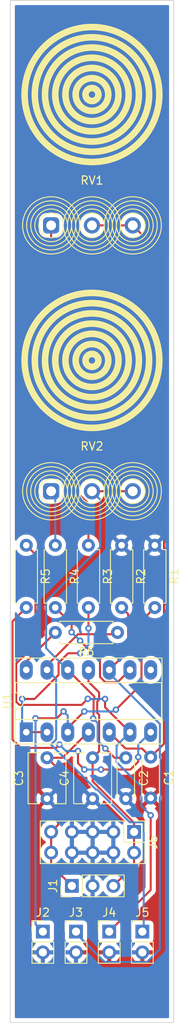
<source format=kicad_pcb>
(kicad_pcb (version 20171130) (host pcbnew "(5.1.9)-1")

  (general
    (thickness 1.6)
    (drawings 4)
    (tracks 163)
    (zones 0)
    (modules 19)
    (nets 16)
  )

  (page A4)
  (layers
    (0 F.Cu signal)
    (31 B.Cu signal)
    (32 B.Adhes user)
    (33 F.Adhes user)
    (34 B.Paste user)
    (35 F.Paste user)
    (36 B.SilkS user)
    (37 F.SilkS user)
    (38 B.Mask user)
    (39 F.Mask user)
    (40 Dwgs.User user hide)
    (41 Cmts.User user)
    (42 Eco1.User user)
    (43 Eco2.User user)
    (44 Edge.Cuts user)
    (45 Margin user)
    (46 B.CrtYd user)
    (47 F.CrtYd user)
    (48 B.Fab user)
    (49 F.Fab user)
  )

  (setup
    (last_trace_width 0.25)
    (trace_clearance 0.2)
    (zone_clearance 0.508)
    (zone_45_only no)
    (trace_min 0.2)
    (via_size 0.8)
    (via_drill 0.4)
    (via_min_size 0.4)
    (via_min_drill 0.3)
    (uvia_size 0.3)
    (uvia_drill 0.1)
    (uvias_allowed no)
    (uvia_min_size 0.2)
    (uvia_min_drill 0.1)
    (edge_width 0.05)
    (segment_width 0.2)
    (pcb_text_width 0.3)
    (pcb_text_size 1.5 1.5)
    (mod_edge_width 0.12)
    (mod_text_size 1 1)
    (mod_text_width 0.15)
    (pad_size 1.524 1.524)
    (pad_drill 0.762)
    (pad_to_mask_clearance 0)
    (aux_axis_origin 0 0)
    (grid_origin 226.14 53.78)
    (visible_elements 7FFFFFFF)
    (pcbplotparams
      (layerselection 0x010f0_ffffffff)
      (usegerberextensions false)
      (usegerberattributes true)
      (usegerberadvancedattributes true)
      (creategerberjobfile true)
      (excludeedgelayer true)
      (linewidth 0.100000)
      (plotframeref false)
      (viasonmask false)
      (mode 1)
      (useauxorigin false)
      (hpglpennumber 1)
      (hpglpenspeed 20)
      (hpglpendiameter 15.000000)
      (psnegative false)
      (psa4output false)
      (plotreference true)
      (plotvalue true)
      (plotinvisibletext false)
      (padsonsilk false)
      (subtractmaskfromsilk false)
      (outputformat 1)
      (mirror false)
      (drillshape 0)
      (scaleselection 1)
      (outputdirectory "Z:/Archie/KiCad/KiCad Files/Slew Limiter/Slew Limiter/"))
  )

  (net 0 "")
  (net 1 "Net-(C1-Pad1)")
  (net 2 GND)
  (net 3 "Net-(C2-Pad1)")
  (net 4 +12V)
  (net 5 "Net-(J2-Pad1)")
  (net 6 "Net-(J3-Pad1)")
  (net 7 "Net-(J4-Pad1)")
  (net 8 "Net-(J5-Pad1)")
  (net 9 "Net-(R3-Pad1)")
  (net 10 "Net-(R3-Pad2)")
  (net 11 "Net-(R4-Pad2)")
  (net 12 "Net-(R4-Pad1)")
  (net 13 "Net-(R5-Pad2)")
  (net 14 "Net-(R6-Pad2)")
  (net 15 -12V)

  (net_class Default "This is the default net class."
    (clearance 0.2)
    (trace_width 0.25)
    (via_dia 0.8)
    (via_drill 0.4)
    (uvia_dia 0.3)
    (uvia_drill 0.1)
    (add_net +12V)
    (add_net -12V)
    (add_net GND)
    (add_net "Net-(C1-Pad1)")
    (add_net "Net-(C2-Pad1)")
    (add_net "Net-(J2-Pad1)")
    (add_net "Net-(J3-Pad1)")
    (add_net "Net-(J4-Pad1)")
    (add_net "Net-(J5-Pad1)")
    (add_net "Net-(R3-Pad1)")
    (add_net "Net-(R3-Pad2)")
    (add_net "Net-(R4-Pad1)")
    (add_net "Net-(R4-Pad2)")
    (add_net "Net-(R5-Pad2)")
    (add_net "Net-(R6-Pad2)")
  )

  (module Potentiometer_THT:Alpha_16mm_PCBMount (layer F.Cu) (tedit 604FC1DF) (tstamp 604FC5C2)
    (at 231.14 113.792)
    (path /6021F285)
    (fp_text reference RV2 (at 5 -5.5) (layer F.SilkS)
      (effects (font (size 1 1) (thickness 0.15)))
    )
    (fp_text value 1M (at 4.5 7.5) (layer Cmts.User) hide
      (effects (font (size 1 1) (thickness 0.15)))
    )
    (fp_arc (start 0 0) (end -3.5 0) (angle -180) (layer F.SilkS) (width 0.12))
    (fp_arc (start 0 0) (end -3 0) (angle -180) (layer F.SilkS) (width 0.12))
    (fp_arc (start 0 0) (end -2.5 0) (angle -180) (layer F.SilkS) (width 0.12))
    (fp_arc (start 0 0) (end -2 0) (angle -180) (layer F.SilkS) (width 0.12))
    (fp_arc (start 0 0) (end -1.5 0) (angle -180) (layer F.SilkS) (width 0.12))
    (fp_arc (start 5 0) (end 1.5 0) (angle -180) (layer F.SilkS) (width 0.12))
    (fp_arc (start 5 0) (end 2 0) (angle -180) (layer F.SilkS) (width 0.12))
    (fp_arc (start 5 0) (end 2.5 0) (angle -180) (layer F.SilkS) (width 0.12))
    (fp_arc (start 5 0) (end 3 0) (angle -180) (layer F.SilkS) (width 0.12))
    (fp_arc (start 5 0) (end 3.5 0) (angle -180) (layer F.SilkS) (width 0.12))
    (fp_arc (start 10 0) (end 6.5 0) (angle -180) (layer F.SilkS) (width 0.12))
    (fp_arc (start 10 0) (end 7 0) (angle -180) (layer F.SilkS) (width 0.12))
    (fp_arc (start 10 0) (end 7.5 0) (angle -180) (layer F.SilkS) (width 0.12))
    (fp_arc (start 10 0) (end 8 0) (angle -180) (layer F.SilkS) (width 0.12))
    (fp_arc (start 10 0) (end 8.5 0) (angle -180) (layer F.SilkS) (width 0.12))
    (fp_arc (start 10 0) (end 13.5 0) (angle -180) (layer F.SilkS) (width 0.12))
    (fp_arc (start 10 0) (end 13 0) (angle -180) (layer F.SilkS) (width 0.12))
    (fp_arc (start 10 0) (end 12.5 0) (angle -180) (layer F.SilkS) (width 0.12))
    (fp_arc (start 10 0) (end 12 0) (angle -180) (layer F.SilkS) (width 0.12))
    (fp_arc (start 10 0) (end 11.5 0) (angle -180) (layer F.SilkS) (width 0.12))
    (fp_arc (start 5 0) (end 8.5 0) (angle -180) (layer F.SilkS) (width 0.12))
    (fp_arc (start 5 0) (end 8 0) (angle -180) (layer F.SilkS) (width 0.12))
    (fp_arc (start 5 0) (end 7.5 0) (angle -180) (layer F.SilkS) (width 0.12))
    (fp_arc (start 5 0) (end 7 0) (angle -180) (layer F.SilkS) (width 0.12))
    (fp_arc (start 5 0) (end 6.5 0) (angle -180) (layer F.SilkS) (width 0.12))
    (fp_arc (start 0 0) (end 3.5 0) (angle -180) (layer F.SilkS) (width 0.12))
    (fp_arc (start 0 0) (end 1.5 0) (angle -180) (layer F.SilkS) (width 0.12))
    (fp_arc (start 0 0) (end 2.5 0) (angle -180) (layer F.SilkS) (width 0.12))
    (fp_arc (start 0 0) (end 2 0) (angle -180) (layer F.SilkS) (width 0.12))
    (fp_arc (start 0 0) (end 3 0) (angle -180) (layer F.SilkS) (width 0.12))
    (fp_line (start 15 4) (end 15 -27.5) (layer F.CrtYd) (width 0.12))
    (fp_line (start 15 -27.5) (end -5 -27.5) (layer F.CrtYd) (width 0.12))
    (fp_line (start -5 -27.5) (end -5 4) (layer F.CrtYd) (width 0.12))
    (fp_line (start -5 4) (end 15 4) (layer F.CrtYd) (width 0.12))
    (fp_circle (center 5 -16) (end 13.25 -16) (layer F.SilkS) (width 0.8))
    (fp_circle (center 5 -16) (end 12 -16) (layer F.SilkS) (width 0.8))
    (fp_circle (center 5 -16) (end 10.75 -16) (layer F.SilkS) (width 0.8))
    (fp_circle (center 5 -16) (end 9.5 -16) (layer F.SilkS) (width 0.8))
    (fp_circle (center 5 -16) (end 8.25 -16) (layer F.SilkS) (width 0.8))
    (fp_circle (center 5 -16) (end 7 -16) (layer F.SilkS) (width 0.8))
    (fp_circle (center 5 -16) (end 5.790569 -16) (layer F.SilkS) (width 0.8))
    (pad 3 thru_hole circle (at 10 0) (size 2 2) (drill 1.2) (layers *.Cu *.Mask)
      (net 3 "Net-(C2-Pad1)"))
    (pad 2 thru_hole circle (at 5 0) (size 2 2) (drill 1.2) (layers *.Cu *.Mask)
      (net 3 "Net-(C2-Pad1)"))
    (pad 1 thru_hole roundrect (at 0 0) (size 2 2) (drill 1.2) (layers *.Cu *.Mask) (roundrect_rratio 0.25)
      (net 12 "Net-(R4-Pad1)"))
  )

  (module Potentiometer_THT:Alpha_16mm_PCBMount (layer F.Cu) (tedit 604FC1DF) (tstamp 604FC5A8)
    (at 231.14 81.28)
    (path /602134A3)
    (fp_text reference RV1 (at 5 -5.5) (layer F.SilkS)
      (effects (font (size 1 1) (thickness 0.15)))
    )
    (fp_text value 1M (at 4.5 7.5) (layer Cmts.User) hide
      (effects (font (size 1 1) (thickness 0.15)))
    )
    (fp_arc (start 0 0) (end -3.5 0) (angle -180) (layer F.SilkS) (width 0.12))
    (fp_arc (start 0 0) (end -3 0) (angle -180) (layer F.SilkS) (width 0.12))
    (fp_arc (start 0 0) (end -2.5 0) (angle -180) (layer F.SilkS) (width 0.12))
    (fp_arc (start 0 0) (end -2 0) (angle -180) (layer F.SilkS) (width 0.12))
    (fp_arc (start 0 0) (end -1.5 0) (angle -180) (layer F.SilkS) (width 0.12))
    (fp_arc (start 5 0) (end 1.5 0) (angle -180) (layer F.SilkS) (width 0.12))
    (fp_arc (start 5 0) (end 2 0) (angle -180) (layer F.SilkS) (width 0.12))
    (fp_arc (start 5 0) (end 2.5 0) (angle -180) (layer F.SilkS) (width 0.12))
    (fp_arc (start 5 0) (end 3 0) (angle -180) (layer F.SilkS) (width 0.12))
    (fp_arc (start 5 0) (end 3.5 0) (angle -180) (layer F.SilkS) (width 0.12))
    (fp_arc (start 10 0) (end 6.5 0) (angle -180) (layer F.SilkS) (width 0.12))
    (fp_arc (start 10 0) (end 7 0) (angle -180) (layer F.SilkS) (width 0.12))
    (fp_arc (start 10 0) (end 7.5 0) (angle -180) (layer F.SilkS) (width 0.12))
    (fp_arc (start 10 0) (end 8 0) (angle -180) (layer F.SilkS) (width 0.12))
    (fp_arc (start 10 0) (end 8.5 0) (angle -180) (layer F.SilkS) (width 0.12))
    (fp_arc (start 10 0) (end 13.5 0) (angle -180) (layer F.SilkS) (width 0.12))
    (fp_arc (start 10 0) (end 13 0) (angle -180) (layer F.SilkS) (width 0.12))
    (fp_arc (start 10 0) (end 12.5 0) (angle -180) (layer F.SilkS) (width 0.12))
    (fp_arc (start 10 0) (end 12 0) (angle -180) (layer F.SilkS) (width 0.12))
    (fp_arc (start 10 0) (end 11.5 0) (angle -180) (layer F.SilkS) (width 0.12))
    (fp_arc (start 5 0) (end 8.5 0) (angle -180) (layer F.SilkS) (width 0.12))
    (fp_arc (start 5 0) (end 8 0) (angle -180) (layer F.SilkS) (width 0.12))
    (fp_arc (start 5 0) (end 7.5 0) (angle -180) (layer F.SilkS) (width 0.12))
    (fp_arc (start 5 0) (end 7 0) (angle -180) (layer F.SilkS) (width 0.12))
    (fp_arc (start 5 0) (end 6.5 0) (angle -180) (layer F.SilkS) (width 0.12))
    (fp_arc (start 0 0) (end 3.5 0) (angle -180) (layer F.SilkS) (width 0.12))
    (fp_arc (start 0 0) (end 1.5 0) (angle -180) (layer F.SilkS) (width 0.12))
    (fp_arc (start 0 0) (end 2.5 0) (angle -180) (layer F.SilkS) (width 0.12))
    (fp_arc (start 0 0) (end 2 0) (angle -180) (layer F.SilkS) (width 0.12))
    (fp_arc (start 0 0) (end 3 0) (angle -180) (layer F.SilkS) (width 0.12))
    (fp_line (start 15 4) (end 15 -27.5) (layer F.CrtYd) (width 0.12))
    (fp_line (start 15 -27.5) (end -5 -27.5) (layer F.CrtYd) (width 0.12))
    (fp_line (start -5 -27.5) (end -5 4) (layer F.CrtYd) (width 0.12))
    (fp_line (start -5 4) (end 15 4) (layer F.CrtYd) (width 0.12))
    (fp_circle (center 5 -16) (end 13.25 -16) (layer F.SilkS) (width 0.8))
    (fp_circle (center 5 -16) (end 12 -16) (layer F.SilkS) (width 0.8))
    (fp_circle (center 5 -16) (end 10.75 -16) (layer F.SilkS) (width 0.8))
    (fp_circle (center 5 -16) (end 9.5 -16) (layer F.SilkS) (width 0.8))
    (fp_circle (center 5 -16) (end 8.25 -16) (layer F.SilkS) (width 0.8))
    (fp_circle (center 5 -16) (end 7 -16) (layer F.SilkS) (width 0.8))
    (fp_circle (center 5 -16) (end 5.790569 -16) (layer F.SilkS) (width 0.8))
    (pad 3 thru_hole circle (at 10 0) (size 2 2) (drill 1.2) (layers *.Cu *.Mask)
      (net 1 "Net-(C1-Pad1)"))
    (pad 2 thru_hole circle (at 5 0) (size 2 2) (drill 1.2) (layers *.Cu *.Mask)
      (net 1 "Net-(C1-Pad1)"))
    (pad 1 thru_hole roundrect (at 0 0) (size 2 2) (drill 1.2) (layers *.Cu *.Mask) (roundrect_rratio 0.25)
      (net 9 "Net-(R3-Pad1)"))
  )

  (module Package_DIP:DIP-14_W7.62mm_Socket_LongPads (layer F.Cu) (tedit 5A02E8C5) (tstamp 604FC5EC)
    (at 228.092 143.256 90)
    (descr "14-lead though-hole mounted DIP package, row spacing 7.62 mm (300 mils), Socket, LongPads")
    (tags "THT DIP DIL PDIP 2.54mm 7.62mm 300mil Socket LongPads")
    (path /60211D55)
    (fp_text reference U1 (at 3.81 -2.33 90) (layer F.SilkS)
      (effects (font (size 1 1) (thickness 0.15)))
    )
    (fp_text value TL074 (at 3.81 17.57 90) (layer F.Fab)
      (effects (font (size 1 1) (thickness 0.15)))
    )
    (fp_text user %R (at 3.81 7.62 90) (layer F.Fab)
      (effects (font (size 1 1) (thickness 0.15)))
    )
    (fp_arc (start 3.81 -1.33) (end 2.81 -1.33) (angle -180) (layer F.SilkS) (width 0.12))
    (fp_line (start 1.635 -1.27) (end 6.985 -1.27) (layer F.Fab) (width 0.1))
    (fp_line (start 6.985 -1.27) (end 6.985 16.51) (layer F.Fab) (width 0.1))
    (fp_line (start 6.985 16.51) (end 0.635 16.51) (layer F.Fab) (width 0.1))
    (fp_line (start 0.635 16.51) (end 0.635 -0.27) (layer F.Fab) (width 0.1))
    (fp_line (start 0.635 -0.27) (end 1.635 -1.27) (layer F.Fab) (width 0.1))
    (fp_line (start -1.27 -1.33) (end -1.27 16.57) (layer F.Fab) (width 0.1))
    (fp_line (start -1.27 16.57) (end 8.89 16.57) (layer F.Fab) (width 0.1))
    (fp_line (start 8.89 16.57) (end 8.89 -1.33) (layer F.Fab) (width 0.1))
    (fp_line (start 8.89 -1.33) (end -1.27 -1.33) (layer F.Fab) (width 0.1))
    (fp_line (start 2.81 -1.33) (end 1.56 -1.33) (layer F.SilkS) (width 0.12))
    (fp_line (start 1.56 -1.33) (end 1.56 16.57) (layer F.SilkS) (width 0.12))
    (fp_line (start 1.56 16.57) (end 6.06 16.57) (layer F.SilkS) (width 0.12))
    (fp_line (start 6.06 16.57) (end 6.06 -1.33) (layer F.SilkS) (width 0.12))
    (fp_line (start 6.06 -1.33) (end 4.81 -1.33) (layer F.SilkS) (width 0.12))
    (fp_line (start -1.44 -1.39) (end -1.44 16.63) (layer F.SilkS) (width 0.12))
    (fp_line (start -1.44 16.63) (end 9.06 16.63) (layer F.SilkS) (width 0.12))
    (fp_line (start 9.06 16.63) (end 9.06 -1.39) (layer F.SilkS) (width 0.12))
    (fp_line (start 9.06 -1.39) (end -1.44 -1.39) (layer F.SilkS) (width 0.12))
    (fp_line (start -1.55 -1.6) (end -1.55 16.85) (layer F.CrtYd) (width 0.05))
    (fp_line (start -1.55 16.85) (end 9.15 16.85) (layer F.CrtYd) (width 0.05))
    (fp_line (start 9.15 16.85) (end 9.15 -1.6) (layer F.CrtYd) (width 0.05))
    (fp_line (start 9.15 -1.6) (end -1.55 -1.6) (layer F.CrtYd) (width 0.05))
    (pad 14 thru_hole oval (at 7.62 0 90) (size 2.4 1.6) (drill 0.8) (layers *.Cu *.Mask)
      (net 14 "Net-(R6-Pad2)"))
    (pad 7 thru_hole oval (at 0 15.24 90) (size 2.4 1.6) (drill 0.8) (layers *.Cu *.Mask)
      (net 13 "Net-(R5-Pad2)"))
    (pad 13 thru_hole oval (at 7.62 2.54 90) (size 2.4 1.6) (drill 0.8) (layers *.Cu *.Mask)
      (net 8 "Net-(J5-Pad1)"))
    (pad 6 thru_hole oval (at 0 12.7 90) (size 2.4 1.6) (drill 0.8) (layers *.Cu *.Mask)
      (net 7 "Net-(J4-Pad1)"))
    (pad 12 thru_hole oval (at 7.62 5.08 90) (size 2.4 1.6) (drill 0.8) (layers *.Cu *.Mask)
      (net 3 "Net-(C2-Pad1)"))
    (pad 5 thru_hole oval (at 0 10.16 90) (size 2.4 1.6) (drill 0.8) (layers *.Cu *.Mask)
      (net 1 "Net-(C1-Pad1)"))
    (pad 11 thru_hole oval (at 7.62 7.62 90) (size 2.4 1.6) (drill 0.8) (layers *.Cu *.Mask)
      (net 15 -12V))
    (pad 4 thru_hole oval (at 0 7.62 90) (size 2.4 1.6) (drill 0.8) (layers *.Cu *.Mask)
      (net 4 +12V))
    (pad 10 thru_hole oval (at 7.62 10.16 90) (size 2.4 1.6) (drill 0.8) (layers *.Cu *.Mask)
      (net 6 "Net-(J3-Pad1)"))
    (pad 3 thru_hole oval (at 0 5.08 90) (size 2.4 1.6) (drill 0.8) (layers *.Cu *.Mask)
      (net 5 "Net-(J2-Pad1)"))
    (pad 9 thru_hole oval (at 7.62 12.7 90) (size 2.4 1.6) (drill 0.8) (layers *.Cu *.Mask)
      (net 11 "Net-(R4-Pad2)"))
    (pad 2 thru_hole oval (at 0 2.54 90) (size 2.4 1.6) (drill 0.8) (layers *.Cu *.Mask)
      (net 10 "Net-(R3-Pad2)"))
    (pad 8 thru_hole oval (at 7.62 15.24 90) (size 2.4 1.6) (drill 0.8) (layers *.Cu *.Mask)
      (net 11 "Net-(R4-Pad2)"))
    (pad 1 thru_hole rect (at 0 0 90) (size 2.4 1.6) (drill 0.8) (layers *.Cu *.Mask)
      (net 10 "Net-(R3-Pad2)"))
    (model ${KISYS3DMOD}/Package_DIP.3dshapes/DIP-14_W7.62mm_Socket.wrl
      (at (xyz 0 0 0))
      (scale (xyz 1 1 1))
      (rotate (xyz 0 0 0))
    )
  )

  (module Resistor_THT:R_Axial_DIN0207_L6.3mm_D2.5mm_P7.62mm_Horizontal (layer F.Cu) (tedit 5AE5139B) (tstamp 604FC58E)
    (at 239.268 131.064 180)
    (descr "Resistor, Axial_DIN0207 series, Axial, Horizontal, pin pitch=7.62mm, 0.25W = 1/4W, length*diameter=6.3*2.5mm^2, http://cdn-reichelt.de/documents/datenblatt/B400/1_4W%23YAG.pdf")
    (tags "Resistor Axial_DIN0207 series Axial Horizontal pin pitch 7.62mm 0.25W = 1/4W length 6.3mm diameter 2.5mm")
    (path /6021F2AD)
    (fp_text reference R6 (at 3.81 -2.37) (layer F.SilkS)
      (effects (font (size 1 1) (thickness 0.15)))
    )
    (fp_text value 100r (at 3.81 2.37) (layer F.Fab)
      (effects (font (size 1 1) (thickness 0.15)))
    )
    (fp_text user %R (at 3.81 0) (layer F.Fab)
      (effects (font (size 1 1) (thickness 0.15)))
    )
    (fp_line (start 0.66 -1.25) (end 0.66 1.25) (layer F.Fab) (width 0.1))
    (fp_line (start 0.66 1.25) (end 6.96 1.25) (layer F.Fab) (width 0.1))
    (fp_line (start 6.96 1.25) (end 6.96 -1.25) (layer F.Fab) (width 0.1))
    (fp_line (start 6.96 -1.25) (end 0.66 -1.25) (layer F.Fab) (width 0.1))
    (fp_line (start 0 0) (end 0.66 0) (layer F.Fab) (width 0.1))
    (fp_line (start 7.62 0) (end 6.96 0) (layer F.Fab) (width 0.1))
    (fp_line (start 0.54 -1.04) (end 0.54 -1.37) (layer F.SilkS) (width 0.12))
    (fp_line (start 0.54 -1.37) (end 7.08 -1.37) (layer F.SilkS) (width 0.12))
    (fp_line (start 7.08 -1.37) (end 7.08 -1.04) (layer F.SilkS) (width 0.12))
    (fp_line (start 0.54 1.04) (end 0.54 1.37) (layer F.SilkS) (width 0.12))
    (fp_line (start 0.54 1.37) (end 7.08 1.37) (layer F.SilkS) (width 0.12))
    (fp_line (start 7.08 1.37) (end 7.08 1.04) (layer F.SilkS) (width 0.12))
    (fp_line (start -1.05 -1.5) (end -1.05 1.5) (layer F.CrtYd) (width 0.05))
    (fp_line (start -1.05 1.5) (end 8.67 1.5) (layer F.CrtYd) (width 0.05))
    (fp_line (start 8.67 1.5) (end 8.67 -1.5) (layer F.CrtYd) (width 0.05))
    (fp_line (start 8.67 -1.5) (end -1.05 -1.5) (layer F.CrtYd) (width 0.05))
    (pad 2 thru_hole oval (at 7.62 0 180) (size 1.6 1.6) (drill 0.8) (layers *.Cu *.Mask)
      (net 14 "Net-(R6-Pad2)"))
    (pad 1 thru_hole circle (at 0 0 180) (size 1.6 1.6) (drill 0.8) (layers *.Cu *.Mask)
      (net 8 "Net-(J5-Pad1)"))
    (model ${KISYS3DMOD}/Resistor_THT.3dshapes/R_Axial_DIN0207_L6.3mm_D2.5mm_P7.62mm_Horizontal.wrl
      (at (xyz 0 0 0))
      (scale (xyz 1 1 1))
      (rotate (xyz 0 0 0))
    )
  )

  (module Resistor_THT:R_Axial_DIN0207_L6.3mm_D2.5mm_P7.62mm_Horizontal (layer F.Cu) (tedit 5AE5139B) (tstamp 604FC577)
    (at 228.092 120.396 270)
    (descr "Resistor, Axial_DIN0207 series, Axial, Horizontal, pin pitch=7.62mm, 0.25W = 1/4W, length*diameter=6.3*2.5mm^2, http://cdn-reichelt.de/documents/datenblatt/B400/1_4W%23YAG.pdf")
    (tags "Resistor Axial_DIN0207 series Axial Horizontal pin pitch 7.62mm 0.25W = 1/4W length 6.3mm diameter 2.5mm")
    (path /602160BD)
    (fp_text reference R5 (at 3.81 -2.37 90) (layer F.SilkS)
      (effects (font (size 1 1) (thickness 0.15)))
    )
    (fp_text value 100r (at 3.81 2.37 90) (layer F.Fab)
      (effects (font (size 1 1) (thickness 0.15)))
    )
    (fp_text user %R (at 3.81 0 90) (layer F.Fab)
      (effects (font (size 1 1) (thickness 0.15)))
    )
    (fp_line (start 0.66 -1.25) (end 0.66 1.25) (layer F.Fab) (width 0.1))
    (fp_line (start 0.66 1.25) (end 6.96 1.25) (layer F.Fab) (width 0.1))
    (fp_line (start 6.96 1.25) (end 6.96 -1.25) (layer F.Fab) (width 0.1))
    (fp_line (start 6.96 -1.25) (end 0.66 -1.25) (layer F.Fab) (width 0.1))
    (fp_line (start 0 0) (end 0.66 0) (layer F.Fab) (width 0.1))
    (fp_line (start 7.62 0) (end 6.96 0) (layer F.Fab) (width 0.1))
    (fp_line (start 0.54 -1.04) (end 0.54 -1.37) (layer F.SilkS) (width 0.12))
    (fp_line (start 0.54 -1.37) (end 7.08 -1.37) (layer F.SilkS) (width 0.12))
    (fp_line (start 7.08 -1.37) (end 7.08 -1.04) (layer F.SilkS) (width 0.12))
    (fp_line (start 0.54 1.04) (end 0.54 1.37) (layer F.SilkS) (width 0.12))
    (fp_line (start 0.54 1.37) (end 7.08 1.37) (layer F.SilkS) (width 0.12))
    (fp_line (start 7.08 1.37) (end 7.08 1.04) (layer F.SilkS) (width 0.12))
    (fp_line (start -1.05 -1.5) (end -1.05 1.5) (layer F.CrtYd) (width 0.05))
    (fp_line (start -1.05 1.5) (end 8.67 1.5) (layer F.CrtYd) (width 0.05))
    (fp_line (start 8.67 1.5) (end 8.67 -1.5) (layer F.CrtYd) (width 0.05))
    (fp_line (start 8.67 -1.5) (end -1.05 -1.5) (layer F.CrtYd) (width 0.05))
    (pad 2 thru_hole oval (at 7.62 0 270) (size 1.6 1.6) (drill 0.8) (layers *.Cu *.Mask)
      (net 13 "Net-(R5-Pad2)"))
    (pad 1 thru_hole circle (at 0 0 270) (size 1.6 1.6) (drill 0.8) (layers *.Cu *.Mask)
      (net 7 "Net-(J4-Pad1)"))
    (model ${KISYS3DMOD}/Resistor_THT.3dshapes/R_Axial_DIN0207_L6.3mm_D2.5mm_P7.62mm_Horizontal.wrl
      (at (xyz 0 0 0))
      (scale (xyz 1 1 1))
      (rotate (xyz 0 0 0))
    )
  )

  (module Resistor_THT:R_Axial_DIN0207_L6.3mm_D2.5mm_P7.62mm_Horizontal (layer F.Cu) (tedit 5AE5139B) (tstamp 604FC560)
    (at 231.648 120.396 270)
    (descr "Resistor, Axial_DIN0207 series, Axial, Horizontal, pin pitch=7.62mm, 0.25W = 1/4W, length*diameter=6.3*2.5mm^2, http://cdn-reichelt.de/documents/datenblatt/B400/1_4W%23YAG.pdf")
    (tags "Resistor Axial_DIN0207 series Axial Horizontal pin pitch 7.62mm 0.25W = 1/4W length 6.3mm diameter 2.5mm")
    (path /6021F28F)
    (fp_text reference R4 (at 3.81 -2.37 90) (layer F.SilkS)
      (effects (font (size 1 1) (thickness 0.15)))
    )
    (fp_text value 100r (at 3.81 2.37 90) (layer F.Fab)
      (effects (font (size 1 1) (thickness 0.15)))
    )
    (fp_text user %R (at 3.81 0 90) (layer F.Fab)
      (effects (font (size 1 1) (thickness 0.15)))
    )
    (fp_line (start 0.66 -1.25) (end 0.66 1.25) (layer F.Fab) (width 0.1))
    (fp_line (start 0.66 1.25) (end 6.96 1.25) (layer F.Fab) (width 0.1))
    (fp_line (start 6.96 1.25) (end 6.96 -1.25) (layer F.Fab) (width 0.1))
    (fp_line (start 6.96 -1.25) (end 0.66 -1.25) (layer F.Fab) (width 0.1))
    (fp_line (start 0 0) (end 0.66 0) (layer F.Fab) (width 0.1))
    (fp_line (start 7.62 0) (end 6.96 0) (layer F.Fab) (width 0.1))
    (fp_line (start 0.54 -1.04) (end 0.54 -1.37) (layer F.SilkS) (width 0.12))
    (fp_line (start 0.54 -1.37) (end 7.08 -1.37) (layer F.SilkS) (width 0.12))
    (fp_line (start 7.08 -1.37) (end 7.08 -1.04) (layer F.SilkS) (width 0.12))
    (fp_line (start 0.54 1.04) (end 0.54 1.37) (layer F.SilkS) (width 0.12))
    (fp_line (start 0.54 1.37) (end 7.08 1.37) (layer F.SilkS) (width 0.12))
    (fp_line (start 7.08 1.37) (end 7.08 1.04) (layer F.SilkS) (width 0.12))
    (fp_line (start -1.05 -1.5) (end -1.05 1.5) (layer F.CrtYd) (width 0.05))
    (fp_line (start -1.05 1.5) (end 8.67 1.5) (layer F.CrtYd) (width 0.05))
    (fp_line (start 8.67 1.5) (end 8.67 -1.5) (layer F.CrtYd) (width 0.05))
    (fp_line (start 8.67 -1.5) (end -1.05 -1.5) (layer F.CrtYd) (width 0.05))
    (pad 2 thru_hole oval (at 7.62 0 270) (size 1.6 1.6) (drill 0.8) (layers *.Cu *.Mask)
      (net 11 "Net-(R4-Pad2)"))
    (pad 1 thru_hole circle (at 0 0 270) (size 1.6 1.6) (drill 0.8) (layers *.Cu *.Mask)
      (net 12 "Net-(R4-Pad1)"))
    (model ${KISYS3DMOD}/Resistor_THT.3dshapes/R_Axial_DIN0207_L6.3mm_D2.5mm_P7.62mm_Horizontal.wrl
      (at (xyz 0 0 0))
      (scale (xyz 1 1 1))
      (rotate (xyz 0 0 0))
    )
  )

  (module Resistor_THT:R_Axial_DIN0207_L6.3mm_D2.5mm_P7.62mm_Horizontal (layer F.Cu) (tedit 5AE5139B) (tstamp 604FC549)
    (at 235.712 120.396 270)
    (descr "Resistor, Axial_DIN0207 series, Axial, Horizontal, pin pitch=7.62mm, 0.25W = 1/4W, length*diameter=6.3*2.5mm^2, http://cdn-reichelt.de/documents/datenblatt/B400/1_4W%23YAG.pdf")
    (tags "Resistor Axial_DIN0207 series Axial Horizontal pin pitch 7.62mm 0.25W = 1/4W length 6.3mm diameter 2.5mm")
    (path /60213C83)
    (fp_text reference R3 (at 3.81 -2.37 90) (layer F.SilkS)
      (effects (font (size 1 1) (thickness 0.15)))
    )
    (fp_text value 100r (at 3.81 2.37 90) (layer F.Fab)
      (effects (font (size 1 1) (thickness 0.15)))
    )
    (fp_text user %R (at 3.81 0 90) (layer F.Fab)
      (effects (font (size 1 1) (thickness 0.15)))
    )
    (fp_line (start 0.66 -1.25) (end 0.66 1.25) (layer F.Fab) (width 0.1))
    (fp_line (start 0.66 1.25) (end 6.96 1.25) (layer F.Fab) (width 0.1))
    (fp_line (start 6.96 1.25) (end 6.96 -1.25) (layer F.Fab) (width 0.1))
    (fp_line (start 6.96 -1.25) (end 0.66 -1.25) (layer F.Fab) (width 0.1))
    (fp_line (start 0 0) (end 0.66 0) (layer F.Fab) (width 0.1))
    (fp_line (start 7.62 0) (end 6.96 0) (layer F.Fab) (width 0.1))
    (fp_line (start 0.54 -1.04) (end 0.54 -1.37) (layer F.SilkS) (width 0.12))
    (fp_line (start 0.54 -1.37) (end 7.08 -1.37) (layer F.SilkS) (width 0.12))
    (fp_line (start 7.08 -1.37) (end 7.08 -1.04) (layer F.SilkS) (width 0.12))
    (fp_line (start 0.54 1.04) (end 0.54 1.37) (layer F.SilkS) (width 0.12))
    (fp_line (start 0.54 1.37) (end 7.08 1.37) (layer F.SilkS) (width 0.12))
    (fp_line (start 7.08 1.37) (end 7.08 1.04) (layer F.SilkS) (width 0.12))
    (fp_line (start -1.05 -1.5) (end -1.05 1.5) (layer F.CrtYd) (width 0.05))
    (fp_line (start -1.05 1.5) (end 8.67 1.5) (layer F.CrtYd) (width 0.05))
    (fp_line (start 8.67 1.5) (end 8.67 -1.5) (layer F.CrtYd) (width 0.05))
    (fp_line (start 8.67 -1.5) (end -1.05 -1.5) (layer F.CrtYd) (width 0.05))
    (pad 2 thru_hole oval (at 7.62 0 270) (size 1.6 1.6) (drill 0.8) (layers *.Cu *.Mask)
      (net 10 "Net-(R3-Pad2)"))
    (pad 1 thru_hole circle (at 0 0 270) (size 1.6 1.6) (drill 0.8) (layers *.Cu *.Mask)
      (net 9 "Net-(R3-Pad1)"))
    (model ${KISYS3DMOD}/Resistor_THT.3dshapes/R_Axial_DIN0207_L6.3mm_D2.5mm_P7.62mm_Horizontal.wrl
      (at (xyz 0 0 0))
      (scale (xyz 1 1 1))
      (rotate (xyz 0 0 0))
    )
  )

  (module Resistor_THT:R_Axial_DIN0207_L6.3mm_D2.5mm_P7.62mm_Horizontal (layer F.Cu) (tedit 5AE5139B) (tstamp 604FC532)
    (at 239.776 120.396 270)
    (descr "Resistor, Axial_DIN0207 series, Axial, Horizontal, pin pitch=7.62mm, 0.25W = 1/4W, length*diameter=6.3*2.5mm^2, http://cdn-reichelt.de/documents/datenblatt/B400/1_4W%23YAG.pdf")
    (tags "Resistor Axial_DIN0207 series Axial Horizontal pin pitch 7.62mm 0.25W = 1/4W length 6.3mm diameter 2.5mm")
    (path /6021F2A3)
    (fp_text reference R2 (at 3.81 -2.37 90) (layer F.SilkS)
      (effects (font (size 1 1) (thickness 0.15)))
    )
    (fp_text value 1M (at 3.81 2.37 90) (layer F.Fab)
      (effects (font (size 1 1) (thickness 0.15)))
    )
    (fp_text user %R (at 3.81 0 90) (layer F.Fab)
      (effects (font (size 1 1) (thickness 0.15)))
    )
    (fp_line (start 0.66 -1.25) (end 0.66 1.25) (layer F.Fab) (width 0.1))
    (fp_line (start 0.66 1.25) (end 6.96 1.25) (layer F.Fab) (width 0.1))
    (fp_line (start 6.96 1.25) (end 6.96 -1.25) (layer F.Fab) (width 0.1))
    (fp_line (start 6.96 -1.25) (end 0.66 -1.25) (layer F.Fab) (width 0.1))
    (fp_line (start 0 0) (end 0.66 0) (layer F.Fab) (width 0.1))
    (fp_line (start 7.62 0) (end 6.96 0) (layer F.Fab) (width 0.1))
    (fp_line (start 0.54 -1.04) (end 0.54 -1.37) (layer F.SilkS) (width 0.12))
    (fp_line (start 0.54 -1.37) (end 7.08 -1.37) (layer F.SilkS) (width 0.12))
    (fp_line (start 7.08 -1.37) (end 7.08 -1.04) (layer F.SilkS) (width 0.12))
    (fp_line (start 0.54 1.04) (end 0.54 1.37) (layer F.SilkS) (width 0.12))
    (fp_line (start 0.54 1.37) (end 7.08 1.37) (layer F.SilkS) (width 0.12))
    (fp_line (start 7.08 1.37) (end 7.08 1.04) (layer F.SilkS) (width 0.12))
    (fp_line (start -1.05 -1.5) (end -1.05 1.5) (layer F.CrtYd) (width 0.05))
    (fp_line (start -1.05 1.5) (end 8.67 1.5) (layer F.CrtYd) (width 0.05))
    (fp_line (start 8.67 1.5) (end 8.67 -1.5) (layer F.CrtYd) (width 0.05))
    (fp_line (start 8.67 -1.5) (end -1.05 -1.5) (layer F.CrtYd) (width 0.05))
    (pad 2 thru_hole oval (at 7.62 0 270) (size 1.6 1.6) (drill 0.8) (layers *.Cu *.Mask)
      (net 6 "Net-(J3-Pad1)"))
    (pad 1 thru_hole circle (at 0 0 270) (size 1.6 1.6) (drill 0.8) (layers *.Cu *.Mask)
      (net 2 GND))
    (model ${KISYS3DMOD}/Resistor_THT.3dshapes/R_Axial_DIN0207_L6.3mm_D2.5mm_P7.62mm_Horizontal.wrl
      (at (xyz 0 0 0))
      (scale (xyz 1 1 1))
      (rotate (xyz 0 0 0))
    )
  )

  (module Resistor_THT:R_Axial_DIN0207_L6.3mm_D2.5mm_P7.62mm_Horizontal (layer F.Cu) (tedit 5AE5139B) (tstamp 604FC51B)
    (at 243.84 120.396 270)
    (descr "Resistor, Axial_DIN0207 series, Axial, Horizontal, pin pitch=7.62mm, 0.25W = 1/4W, length*diameter=6.3*2.5mm^2, http://cdn-reichelt.de/documents/datenblatt/B400/1_4W%23YAG.pdf")
    (tags "Resistor Axial_DIN0207 series Axial Horizontal pin pitch 7.62mm 0.25W = 1/4W length 6.3mm diameter 2.5mm")
    (path /60214577)
    (fp_text reference R1 (at 3.81 -2.37 90) (layer F.SilkS)
      (effects (font (size 1 1) (thickness 0.15)))
    )
    (fp_text value 1M (at 3.81 2.37 90) (layer F.Fab)
      (effects (font (size 1 1) (thickness 0.15)))
    )
    (fp_text user %R (at 3.81 0 90) (layer F.Fab)
      (effects (font (size 1 1) (thickness 0.15)))
    )
    (fp_line (start 0.66 -1.25) (end 0.66 1.25) (layer F.Fab) (width 0.1))
    (fp_line (start 0.66 1.25) (end 6.96 1.25) (layer F.Fab) (width 0.1))
    (fp_line (start 6.96 1.25) (end 6.96 -1.25) (layer F.Fab) (width 0.1))
    (fp_line (start 6.96 -1.25) (end 0.66 -1.25) (layer F.Fab) (width 0.1))
    (fp_line (start 0 0) (end 0.66 0) (layer F.Fab) (width 0.1))
    (fp_line (start 7.62 0) (end 6.96 0) (layer F.Fab) (width 0.1))
    (fp_line (start 0.54 -1.04) (end 0.54 -1.37) (layer F.SilkS) (width 0.12))
    (fp_line (start 0.54 -1.37) (end 7.08 -1.37) (layer F.SilkS) (width 0.12))
    (fp_line (start 7.08 -1.37) (end 7.08 -1.04) (layer F.SilkS) (width 0.12))
    (fp_line (start 0.54 1.04) (end 0.54 1.37) (layer F.SilkS) (width 0.12))
    (fp_line (start 0.54 1.37) (end 7.08 1.37) (layer F.SilkS) (width 0.12))
    (fp_line (start 7.08 1.37) (end 7.08 1.04) (layer F.SilkS) (width 0.12))
    (fp_line (start -1.05 -1.5) (end -1.05 1.5) (layer F.CrtYd) (width 0.05))
    (fp_line (start -1.05 1.5) (end 8.67 1.5) (layer F.CrtYd) (width 0.05))
    (fp_line (start 8.67 1.5) (end 8.67 -1.5) (layer F.CrtYd) (width 0.05))
    (fp_line (start 8.67 -1.5) (end -1.05 -1.5) (layer F.CrtYd) (width 0.05))
    (pad 2 thru_hole oval (at 7.62 0 270) (size 1.6 1.6) (drill 0.8) (layers *.Cu *.Mask)
      (net 5 "Net-(J2-Pad1)"))
    (pad 1 thru_hole circle (at 0 0 270) (size 1.6 1.6) (drill 0.8) (layers *.Cu *.Mask)
      (net 2 GND))
    (model ${KISYS3DMOD}/Resistor_THT.3dshapes/R_Axial_DIN0207_L6.3mm_D2.5mm_P7.62mm_Horizontal.wrl
      (at (xyz 0 0 0))
      (scale (xyz 1 1 1))
      (rotate (xyz 0 0 0))
    )
  )

  (module Connector_PinHeader_2.54mm:PinHeader_2x05_P2.54mm_Vertical (layer F.Cu) (tedit 59FED5CC) (tstamp 604FC504)
    (at 241.3 155.448 270)
    (descr "Through hole straight pin header, 2x05, 2.54mm pitch, double rows")
    (tags "Through hole pin header THT 2x05 2.54mm double row")
    (path /604CE62B)
    (fp_text reference J6 (at 1.27 -2.33 90) (layer F.SilkS)
      (effects (font (size 1 1) (thickness 0.15)))
    )
    (fp_text value "EURO POWER" (at 1.27 12.49 90) (layer F.Fab)
      (effects (font (size 1 1) (thickness 0.15)))
    )
    (fp_text user %R (at 1.27 5.08) (layer F.Fab)
      (effects (font (size 1 1) (thickness 0.15)))
    )
    (fp_line (start 0 -1.27) (end 3.81 -1.27) (layer F.Fab) (width 0.1))
    (fp_line (start 3.81 -1.27) (end 3.81 11.43) (layer F.Fab) (width 0.1))
    (fp_line (start 3.81 11.43) (end -1.27 11.43) (layer F.Fab) (width 0.1))
    (fp_line (start -1.27 11.43) (end -1.27 0) (layer F.Fab) (width 0.1))
    (fp_line (start -1.27 0) (end 0 -1.27) (layer F.Fab) (width 0.1))
    (fp_line (start -1.33 11.49) (end 3.87 11.49) (layer F.SilkS) (width 0.12))
    (fp_line (start -1.33 1.27) (end -1.33 11.49) (layer F.SilkS) (width 0.12))
    (fp_line (start 3.87 -1.33) (end 3.87 11.49) (layer F.SilkS) (width 0.12))
    (fp_line (start -1.33 1.27) (end 1.27 1.27) (layer F.SilkS) (width 0.12))
    (fp_line (start 1.27 1.27) (end 1.27 -1.33) (layer F.SilkS) (width 0.12))
    (fp_line (start 1.27 -1.33) (end 3.87 -1.33) (layer F.SilkS) (width 0.12))
    (fp_line (start -1.33 0) (end -1.33 -1.33) (layer F.SilkS) (width 0.12))
    (fp_line (start -1.33 -1.33) (end 0 -1.33) (layer F.SilkS) (width 0.12))
    (fp_line (start -1.8 -1.8) (end -1.8 11.95) (layer F.CrtYd) (width 0.05))
    (fp_line (start -1.8 11.95) (end 4.35 11.95) (layer F.CrtYd) (width 0.05))
    (fp_line (start 4.35 11.95) (end 4.35 -1.8) (layer F.CrtYd) (width 0.05))
    (fp_line (start 4.35 -1.8) (end -1.8 -1.8) (layer F.CrtYd) (width 0.05))
    (pad 10 thru_hole oval (at 2.54 10.16 270) (size 1.7 1.7) (drill 1) (layers *.Cu *.Mask)
      (net 4 +12V))
    (pad 9 thru_hole oval (at 0 10.16 270) (size 1.7 1.7) (drill 1) (layers *.Cu *.Mask)
      (net 4 +12V))
    (pad 8 thru_hole oval (at 2.54 7.62 270) (size 1.7 1.7) (drill 1) (layers *.Cu *.Mask)
      (net 2 GND))
    (pad 7 thru_hole oval (at 0 7.62 270) (size 1.7 1.7) (drill 1) (layers *.Cu *.Mask)
      (net 2 GND))
    (pad 6 thru_hole oval (at 2.54 5.08 270) (size 1.7 1.7) (drill 1) (layers *.Cu *.Mask)
      (net 2 GND))
    (pad 5 thru_hole oval (at 0 5.08 270) (size 1.7 1.7) (drill 1) (layers *.Cu *.Mask)
      (net 2 GND))
    (pad 4 thru_hole oval (at 2.54 2.54 270) (size 1.7 1.7) (drill 1) (layers *.Cu *.Mask)
      (net 2 GND))
    (pad 3 thru_hole oval (at 0 2.54 270) (size 1.7 1.7) (drill 1) (layers *.Cu *.Mask)
      (net 2 GND))
    (pad 2 thru_hole oval (at 2.54 0 270) (size 1.7 1.7) (drill 1) (layers *.Cu *.Mask)
      (net 15 -12V))
    (pad 1 thru_hole rect (at 0 0 270) (size 1.7 1.7) (drill 1) (layers *.Cu *.Mask)
      (net 15 -12V))
    (model ${KISYS3DMOD}/Connector_PinHeader_2.54mm.3dshapes/PinHeader_2x05_P2.54mm_Vertical.wrl
      (at (xyz 0 0 0))
      (scale (xyz 1 1 1))
      (rotate (xyz 0 0 0))
    )
  )

  (module Connector_PinHeader_2.54mm:PinHeader_1x02_P2.54mm_Vertical (layer F.Cu) (tedit 59FED5CC) (tstamp 604FC4E4)
    (at 242.316 167.64)
    (descr "Through hole straight pin header, 1x02, 2.54mm pitch, single row")
    (tags "Through hole pin header THT 1x02 2.54mm single row")
    (path /6021F2F3)
    (fp_text reference J5 (at 0 -2.33) (layer F.SilkS)
      (effects (font (size 1 1) (thickness 0.15)))
    )
    (fp_text value "OUT 2" (at 0 4.87) (layer F.Fab)
      (effects (font (size 1 1) (thickness 0.15)))
    )
    (fp_text user %R (at 0 1.27 90) (layer F.Fab)
      (effects (font (size 1 1) (thickness 0.15)))
    )
    (fp_line (start -0.635 -1.27) (end 1.27 -1.27) (layer F.Fab) (width 0.1))
    (fp_line (start 1.27 -1.27) (end 1.27 3.81) (layer F.Fab) (width 0.1))
    (fp_line (start 1.27 3.81) (end -1.27 3.81) (layer F.Fab) (width 0.1))
    (fp_line (start -1.27 3.81) (end -1.27 -0.635) (layer F.Fab) (width 0.1))
    (fp_line (start -1.27 -0.635) (end -0.635 -1.27) (layer F.Fab) (width 0.1))
    (fp_line (start -1.33 3.87) (end 1.33 3.87) (layer F.SilkS) (width 0.12))
    (fp_line (start -1.33 1.27) (end -1.33 3.87) (layer F.SilkS) (width 0.12))
    (fp_line (start 1.33 1.27) (end 1.33 3.87) (layer F.SilkS) (width 0.12))
    (fp_line (start -1.33 1.27) (end 1.33 1.27) (layer F.SilkS) (width 0.12))
    (fp_line (start -1.33 0) (end -1.33 -1.33) (layer F.SilkS) (width 0.12))
    (fp_line (start -1.33 -1.33) (end 0 -1.33) (layer F.SilkS) (width 0.12))
    (fp_line (start -1.8 -1.8) (end -1.8 4.35) (layer F.CrtYd) (width 0.05))
    (fp_line (start -1.8 4.35) (end 1.8 4.35) (layer F.CrtYd) (width 0.05))
    (fp_line (start 1.8 4.35) (end 1.8 -1.8) (layer F.CrtYd) (width 0.05))
    (fp_line (start 1.8 -1.8) (end -1.8 -1.8) (layer F.CrtYd) (width 0.05))
    (pad 2 thru_hole oval (at 0 2.54) (size 1.7 1.7) (drill 1) (layers *.Cu *.Mask)
      (net 2 GND))
    (pad 1 thru_hole rect (at 0 0) (size 1.7 1.7) (drill 1) (layers *.Cu *.Mask)
      (net 8 "Net-(J5-Pad1)"))
    (model ${KISYS3DMOD}/Connector_PinHeader_2.54mm.3dshapes/PinHeader_1x02_P2.54mm_Vertical.wrl
      (at (xyz 0 0 0))
      (scale (xyz 1 1 1))
      (rotate (xyz 0 0 0))
    )
  )

  (module Connector_PinHeader_2.54mm:PinHeader_1x02_P2.54mm_Vertical (layer F.Cu) (tedit 59FED5CC) (tstamp 604FC4CE)
    (at 238.252 167.64)
    (descr "Through hole straight pin header, 1x02, 2.54mm pitch, single row")
    (tags "Through hole pin header THT 1x02 2.54mm single row")
    (path /60218D4C)
    (fp_text reference J4 (at 0 -2.33) (layer F.SilkS)
      (effects (font (size 1 1) (thickness 0.15)))
    )
    (fp_text value "OUT 1" (at 0 4.87) (layer F.Fab)
      (effects (font (size 1 1) (thickness 0.15)))
    )
    (fp_text user %R (at 0 1.27 90) (layer F.Fab)
      (effects (font (size 1 1) (thickness 0.15)))
    )
    (fp_line (start -0.635 -1.27) (end 1.27 -1.27) (layer F.Fab) (width 0.1))
    (fp_line (start 1.27 -1.27) (end 1.27 3.81) (layer F.Fab) (width 0.1))
    (fp_line (start 1.27 3.81) (end -1.27 3.81) (layer F.Fab) (width 0.1))
    (fp_line (start -1.27 3.81) (end -1.27 -0.635) (layer F.Fab) (width 0.1))
    (fp_line (start -1.27 -0.635) (end -0.635 -1.27) (layer F.Fab) (width 0.1))
    (fp_line (start -1.33 3.87) (end 1.33 3.87) (layer F.SilkS) (width 0.12))
    (fp_line (start -1.33 1.27) (end -1.33 3.87) (layer F.SilkS) (width 0.12))
    (fp_line (start 1.33 1.27) (end 1.33 3.87) (layer F.SilkS) (width 0.12))
    (fp_line (start -1.33 1.27) (end 1.33 1.27) (layer F.SilkS) (width 0.12))
    (fp_line (start -1.33 0) (end -1.33 -1.33) (layer F.SilkS) (width 0.12))
    (fp_line (start -1.33 -1.33) (end 0 -1.33) (layer F.SilkS) (width 0.12))
    (fp_line (start -1.8 -1.8) (end -1.8 4.35) (layer F.CrtYd) (width 0.05))
    (fp_line (start -1.8 4.35) (end 1.8 4.35) (layer F.CrtYd) (width 0.05))
    (fp_line (start 1.8 4.35) (end 1.8 -1.8) (layer F.CrtYd) (width 0.05))
    (fp_line (start 1.8 -1.8) (end -1.8 -1.8) (layer F.CrtYd) (width 0.05))
    (pad 2 thru_hole oval (at 0 2.54) (size 1.7 1.7) (drill 1) (layers *.Cu *.Mask)
      (net 2 GND))
    (pad 1 thru_hole rect (at 0 0) (size 1.7 1.7) (drill 1) (layers *.Cu *.Mask)
      (net 7 "Net-(J4-Pad1)"))
    (model ${KISYS3DMOD}/Connector_PinHeader_2.54mm.3dshapes/PinHeader_1x02_P2.54mm_Vertical.wrl
      (at (xyz 0 0 0))
      (scale (xyz 1 1 1))
      (rotate (xyz 0 0 0))
    )
  )

  (module Connector_PinHeader_2.54mm:PinHeader_1x02_P2.54mm_Vertical (layer F.Cu) (tedit 59FED5CC) (tstamp 604FC4B8)
    (at 234.188 167.64)
    (descr "Through hole straight pin header, 1x02, 2.54mm pitch, single row")
    (tags "Through hole pin header THT 1x02 2.54mm single row")
    (path /6021F2B7)
    (fp_text reference J3 (at 0 -2.33) (layer F.SilkS)
      (effects (font (size 1 1) (thickness 0.15)))
    )
    (fp_text value "IN 2" (at 0 4.87) (layer F.Fab)
      (effects (font (size 1 1) (thickness 0.15)))
    )
    (fp_text user %R (at 0 1.27 90) (layer F.Fab)
      (effects (font (size 1 1) (thickness 0.15)))
    )
    (fp_line (start -0.635 -1.27) (end 1.27 -1.27) (layer F.Fab) (width 0.1))
    (fp_line (start 1.27 -1.27) (end 1.27 3.81) (layer F.Fab) (width 0.1))
    (fp_line (start 1.27 3.81) (end -1.27 3.81) (layer F.Fab) (width 0.1))
    (fp_line (start -1.27 3.81) (end -1.27 -0.635) (layer F.Fab) (width 0.1))
    (fp_line (start -1.27 -0.635) (end -0.635 -1.27) (layer F.Fab) (width 0.1))
    (fp_line (start -1.33 3.87) (end 1.33 3.87) (layer F.SilkS) (width 0.12))
    (fp_line (start -1.33 1.27) (end -1.33 3.87) (layer F.SilkS) (width 0.12))
    (fp_line (start 1.33 1.27) (end 1.33 3.87) (layer F.SilkS) (width 0.12))
    (fp_line (start -1.33 1.27) (end 1.33 1.27) (layer F.SilkS) (width 0.12))
    (fp_line (start -1.33 0) (end -1.33 -1.33) (layer F.SilkS) (width 0.12))
    (fp_line (start -1.33 -1.33) (end 0 -1.33) (layer F.SilkS) (width 0.12))
    (fp_line (start -1.8 -1.8) (end -1.8 4.35) (layer F.CrtYd) (width 0.05))
    (fp_line (start -1.8 4.35) (end 1.8 4.35) (layer F.CrtYd) (width 0.05))
    (fp_line (start 1.8 4.35) (end 1.8 -1.8) (layer F.CrtYd) (width 0.05))
    (fp_line (start 1.8 -1.8) (end -1.8 -1.8) (layer F.CrtYd) (width 0.05))
    (pad 2 thru_hole oval (at 0 2.54) (size 1.7 1.7) (drill 1) (layers *.Cu *.Mask)
      (net 2 GND))
    (pad 1 thru_hole rect (at 0 0) (size 1.7 1.7) (drill 1) (layers *.Cu *.Mask)
      (net 6 "Net-(J3-Pad1)"))
    (model ${KISYS3DMOD}/Connector_PinHeader_2.54mm.3dshapes/PinHeader_1x02_P2.54mm_Vertical.wrl
      (at (xyz 0 0 0))
      (scale (xyz 1 1 1))
      (rotate (xyz 0 0 0))
    )
  )

  (module Connector_PinHeader_2.54mm:PinHeader_1x02_P2.54mm_Vertical (layer F.Cu) (tedit 59FED5CC) (tstamp 604FC4A2)
    (at 230.124 167.64)
    (descr "Through hole straight pin header, 1x02, 2.54mm pitch, single row")
    (tags "Through hole pin header THT 1x02 2.54mm single row")
    (path /60216A82)
    (fp_text reference J2 (at 0 -2.33) (layer F.SilkS)
      (effects (font (size 1 1) (thickness 0.15)))
    )
    (fp_text value "IN 1" (at 0 4.87) (layer F.Fab)
      (effects (font (size 1 1) (thickness 0.15)))
    )
    (fp_text user %R (at 0 1.27 90) (layer F.Fab)
      (effects (font (size 1 1) (thickness 0.15)))
    )
    (fp_line (start -0.635 -1.27) (end 1.27 -1.27) (layer F.Fab) (width 0.1))
    (fp_line (start 1.27 -1.27) (end 1.27 3.81) (layer F.Fab) (width 0.1))
    (fp_line (start 1.27 3.81) (end -1.27 3.81) (layer F.Fab) (width 0.1))
    (fp_line (start -1.27 3.81) (end -1.27 -0.635) (layer F.Fab) (width 0.1))
    (fp_line (start -1.27 -0.635) (end -0.635 -1.27) (layer F.Fab) (width 0.1))
    (fp_line (start -1.33 3.87) (end 1.33 3.87) (layer F.SilkS) (width 0.12))
    (fp_line (start -1.33 1.27) (end -1.33 3.87) (layer F.SilkS) (width 0.12))
    (fp_line (start 1.33 1.27) (end 1.33 3.87) (layer F.SilkS) (width 0.12))
    (fp_line (start -1.33 1.27) (end 1.33 1.27) (layer F.SilkS) (width 0.12))
    (fp_line (start -1.33 0) (end -1.33 -1.33) (layer F.SilkS) (width 0.12))
    (fp_line (start -1.33 -1.33) (end 0 -1.33) (layer F.SilkS) (width 0.12))
    (fp_line (start -1.8 -1.8) (end -1.8 4.35) (layer F.CrtYd) (width 0.05))
    (fp_line (start -1.8 4.35) (end 1.8 4.35) (layer F.CrtYd) (width 0.05))
    (fp_line (start 1.8 4.35) (end 1.8 -1.8) (layer F.CrtYd) (width 0.05))
    (fp_line (start 1.8 -1.8) (end -1.8 -1.8) (layer F.CrtYd) (width 0.05))
    (pad 2 thru_hole oval (at 0 2.54) (size 1.7 1.7) (drill 1) (layers *.Cu *.Mask)
      (net 2 GND))
    (pad 1 thru_hole rect (at 0 0) (size 1.7 1.7) (drill 1) (layers *.Cu *.Mask)
      (net 5 "Net-(J2-Pad1)"))
    (model ${KISYS3DMOD}/Connector_PinHeader_2.54mm.3dshapes/PinHeader_1x02_P2.54mm_Vertical.wrl
      (at (xyz 0 0 0))
      (scale (xyz 1 1 1))
      (rotate (xyz 0 0 0))
    )
  )

  (module Connector_PinHeader_2.54mm:PinHeader_1x03_P2.54mm_Vertical (layer F.Cu) (tedit 59FED5CC) (tstamp 604FC48C)
    (at 233.68 162.052 90)
    (descr "Through hole straight pin header, 1x03, 2.54mm pitch, single row")
    (tags "Through hole pin header THT 1x03 2.54mm single row")
    (path /6021AA73)
    (fp_text reference J1 (at 0 -2.33 90) (layer F.SilkS)
      (effects (font (size 1 1) (thickness 0.15)))
    )
    (fp_text value "TEST HEADER" (at 0 7.41 90) (layer F.Fab)
      (effects (font (size 1 1) (thickness 0.15)))
    )
    (fp_text user %R (at 0 2.54) (layer F.Fab)
      (effects (font (size 1 1) (thickness 0.15)))
    )
    (fp_line (start -0.635 -1.27) (end 1.27 -1.27) (layer F.Fab) (width 0.1))
    (fp_line (start 1.27 -1.27) (end 1.27 6.35) (layer F.Fab) (width 0.1))
    (fp_line (start 1.27 6.35) (end -1.27 6.35) (layer F.Fab) (width 0.1))
    (fp_line (start -1.27 6.35) (end -1.27 -0.635) (layer F.Fab) (width 0.1))
    (fp_line (start -1.27 -0.635) (end -0.635 -1.27) (layer F.Fab) (width 0.1))
    (fp_line (start -1.33 6.41) (end 1.33 6.41) (layer F.SilkS) (width 0.12))
    (fp_line (start -1.33 1.27) (end -1.33 6.41) (layer F.SilkS) (width 0.12))
    (fp_line (start 1.33 1.27) (end 1.33 6.41) (layer F.SilkS) (width 0.12))
    (fp_line (start -1.33 1.27) (end 1.33 1.27) (layer F.SilkS) (width 0.12))
    (fp_line (start -1.33 0) (end -1.33 -1.33) (layer F.SilkS) (width 0.12))
    (fp_line (start -1.33 -1.33) (end 0 -1.33) (layer F.SilkS) (width 0.12))
    (fp_line (start -1.8 -1.8) (end -1.8 6.85) (layer F.CrtYd) (width 0.05))
    (fp_line (start -1.8 6.85) (end 1.8 6.85) (layer F.CrtYd) (width 0.05))
    (fp_line (start 1.8 6.85) (end 1.8 -1.8) (layer F.CrtYd) (width 0.05))
    (fp_line (start 1.8 -1.8) (end -1.8 -1.8) (layer F.CrtYd) (width 0.05))
    (pad 3 thru_hole oval (at 0 5.08 90) (size 1.7 1.7) (drill 1) (layers *.Cu *.Mask)
      (net 15 -12V))
    (pad 2 thru_hole oval (at 0 2.54 90) (size 1.7 1.7) (drill 1) (layers *.Cu *.Mask)
      (net 2 GND))
    (pad 1 thru_hole rect (at 0 0 90) (size 1.7 1.7) (drill 1) (layers *.Cu *.Mask)
      (net 4 +12V))
    (model ${KISYS3DMOD}/Connector_PinHeader_2.54mm.3dshapes/PinHeader_1x03_P2.54mm_Vertical.wrl
      (at (xyz 0 0 0))
      (scale (xyz 1 1 1))
      (rotate (xyz 0 0 0))
    )
  )

  (module Capacitor_THT:C_Disc_D6.0mm_W4.4mm_P5.00mm (layer F.Cu) (tedit 5AE50EF0) (tstamp 604FC475)
    (at 236.22 151.384 90)
    (descr "C, Disc series, Radial, pin pitch=5.00mm, , diameter*width=6*4.4mm^2, Capacitor")
    (tags "C Disc series Radial pin pitch 5.00mm  diameter 6mm width 4.4mm Capacitor")
    (path /604D5D4B)
    (fp_text reference C4 (at 2.5 -3.45 90) (layer F.SilkS)
      (effects (font (size 1 1) (thickness 0.15)))
    )
    (fp_text value 100nF (at 2.5 3.45 90) (layer F.Fab)
      (effects (font (size 1 1) (thickness 0.15)))
    )
    (fp_text user %R (at 2.5 0 90) (layer F.Fab)
      (effects (font (size 1 1) (thickness 0.15)))
    )
    (fp_line (start -0.5 -2.2) (end -0.5 2.2) (layer F.Fab) (width 0.1))
    (fp_line (start -0.5 2.2) (end 5.5 2.2) (layer F.Fab) (width 0.1))
    (fp_line (start 5.5 2.2) (end 5.5 -2.2) (layer F.Fab) (width 0.1))
    (fp_line (start 5.5 -2.2) (end -0.5 -2.2) (layer F.Fab) (width 0.1))
    (fp_line (start -0.62 -2.321) (end 5.62 -2.321) (layer F.SilkS) (width 0.12))
    (fp_line (start -0.62 2.321) (end 5.62 2.321) (layer F.SilkS) (width 0.12))
    (fp_line (start -0.62 -2.321) (end -0.62 -0.925) (layer F.SilkS) (width 0.12))
    (fp_line (start -0.62 0.925) (end -0.62 2.321) (layer F.SilkS) (width 0.12))
    (fp_line (start 5.62 -2.321) (end 5.62 -0.925) (layer F.SilkS) (width 0.12))
    (fp_line (start 5.62 0.925) (end 5.62 2.321) (layer F.SilkS) (width 0.12))
    (fp_line (start -1.05 -2.45) (end -1.05 2.45) (layer F.CrtYd) (width 0.05))
    (fp_line (start -1.05 2.45) (end 6.05 2.45) (layer F.CrtYd) (width 0.05))
    (fp_line (start 6.05 2.45) (end 6.05 -2.45) (layer F.CrtYd) (width 0.05))
    (fp_line (start 6.05 -2.45) (end -1.05 -2.45) (layer F.CrtYd) (width 0.05))
    (pad 2 thru_hole circle (at 5 0 90) (size 1.6 1.6) (drill 0.8) (layers *.Cu *.Mask)
      (net 15 -12V))
    (pad 1 thru_hole circle (at 0 0 90) (size 1.6 1.6) (drill 0.8) (layers *.Cu *.Mask)
      (net 2 GND))
    (model ${KISYS3DMOD}/Capacitor_THT.3dshapes/C_Disc_D6.0mm_W4.4mm_P5.00mm.wrl
      (at (xyz 0 0 0))
      (scale (xyz 1 1 1))
      (rotate (xyz 0 0 0))
    )
  )

  (module Capacitor_THT:C_Disc_D6.0mm_W4.4mm_P5.00mm (layer F.Cu) (tedit 5AE50EF0) (tstamp 604FC460)
    (at 230.632 151.384 90)
    (descr "C, Disc series, Radial, pin pitch=5.00mm, , diameter*width=6*4.4mm^2, Capacitor")
    (tags "C Disc series Radial pin pitch 5.00mm  diameter 6mm width 4.4mm Capacitor")
    (path /604D4F3A)
    (fp_text reference C3 (at 2.5 -3.45 90) (layer F.SilkS)
      (effects (font (size 1 1) (thickness 0.15)))
    )
    (fp_text value 100nF (at 2.5 3.45 90) (layer F.Fab)
      (effects (font (size 1 1) (thickness 0.15)))
    )
    (fp_text user %R (at 2.5 0 90) (layer F.Fab)
      (effects (font (size 1 1) (thickness 0.15)))
    )
    (fp_line (start -0.5 -2.2) (end -0.5 2.2) (layer F.Fab) (width 0.1))
    (fp_line (start -0.5 2.2) (end 5.5 2.2) (layer F.Fab) (width 0.1))
    (fp_line (start 5.5 2.2) (end 5.5 -2.2) (layer F.Fab) (width 0.1))
    (fp_line (start 5.5 -2.2) (end -0.5 -2.2) (layer F.Fab) (width 0.1))
    (fp_line (start -0.62 -2.321) (end 5.62 -2.321) (layer F.SilkS) (width 0.12))
    (fp_line (start -0.62 2.321) (end 5.62 2.321) (layer F.SilkS) (width 0.12))
    (fp_line (start -0.62 -2.321) (end -0.62 -0.925) (layer F.SilkS) (width 0.12))
    (fp_line (start -0.62 0.925) (end -0.62 2.321) (layer F.SilkS) (width 0.12))
    (fp_line (start 5.62 -2.321) (end 5.62 -0.925) (layer F.SilkS) (width 0.12))
    (fp_line (start 5.62 0.925) (end 5.62 2.321) (layer F.SilkS) (width 0.12))
    (fp_line (start -1.05 -2.45) (end -1.05 2.45) (layer F.CrtYd) (width 0.05))
    (fp_line (start -1.05 2.45) (end 6.05 2.45) (layer F.CrtYd) (width 0.05))
    (fp_line (start 6.05 2.45) (end 6.05 -2.45) (layer F.CrtYd) (width 0.05))
    (fp_line (start 6.05 -2.45) (end -1.05 -2.45) (layer F.CrtYd) (width 0.05))
    (pad 2 thru_hole circle (at 5 0 90) (size 1.6 1.6) (drill 0.8) (layers *.Cu *.Mask)
      (net 4 +12V))
    (pad 1 thru_hole circle (at 0 0 90) (size 1.6 1.6) (drill 0.8) (layers *.Cu *.Mask)
      (net 2 GND))
    (model ${KISYS3DMOD}/Capacitor_THT.3dshapes/C_Disc_D6.0mm_W4.4mm_P5.00mm.wrl
      (at (xyz 0 0 0))
      (scale (xyz 1 1 1))
      (rotate (xyz 0 0 0))
    )
  )

  (module Capacitor_THT:C_Disc_D4.3mm_W1.9mm_P5.00mm (layer F.Cu) (tedit 5AE50EF0) (tstamp 604FC44B)
    (at 240.284 146.384 270)
    (descr "C, Disc series, Radial, pin pitch=5.00mm, , diameter*width=4.3*1.9mm^2, Capacitor, http://www.vishay.com/docs/45233/krseries.pdf")
    (tags "C Disc series Radial pin pitch 5.00mm  diameter 4.3mm width 1.9mm Capacitor")
    (path /6021F299)
    (fp_text reference C2 (at 2.5 -2.2 90) (layer F.SilkS)
      (effects (font (size 1 1) (thickness 0.15)))
    )
    (fp_text value 220n (at 2.5 2.2 90) (layer F.Fab)
      (effects (font (size 1 1) (thickness 0.15)))
    )
    (fp_text user %R (at 2.5 0 90) (layer F.Fab)
      (effects (font (size 0.86 0.86) (thickness 0.129)))
    )
    (fp_line (start 0.35 -0.95) (end 0.35 0.95) (layer F.Fab) (width 0.1))
    (fp_line (start 0.35 0.95) (end 4.65 0.95) (layer F.Fab) (width 0.1))
    (fp_line (start 4.65 0.95) (end 4.65 -0.95) (layer F.Fab) (width 0.1))
    (fp_line (start 4.65 -0.95) (end 0.35 -0.95) (layer F.Fab) (width 0.1))
    (fp_line (start 0.23 -1.07) (end 4.77 -1.07) (layer F.SilkS) (width 0.12))
    (fp_line (start 0.23 1.07) (end 4.77 1.07) (layer F.SilkS) (width 0.12))
    (fp_line (start 0.23 -1.07) (end 0.23 -1.055) (layer F.SilkS) (width 0.12))
    (fp_line (start 0.23 1.055) (end 0.23 1.07) (layer F.SilkS) (width 0.12))
    (fp_line (start 4.77 -1.07) (end 4.77 -1.055) (layer F.SilkS) (width 0.12))
    (fp_line (start 4.77 1.055) (end 4.77 1.07) (layer F.SilkS) (width 0.12))
    (fp_line (start -1.05 -1.2) (end -1.05 1.2) (layer F.CrtYd) (width 0.05))
    (fp_line (start -1.05 1.2) (end 6.05 1.2) (layer F.CrtYd) (width 0.05))
    (fp_line (start 6.05 1.2) (end 6.05 -1.2) (layer F.CrtYd) (width 0.05))
    (fp_line (start 6.05 -1.2) (end -1.05 -1.2) (layer F.CrtYd) (width 0.05))
    (pad 2 thru_hole circle (at 5 0 270) (size 1.6 1.6) (drill 0.8) (layers *.Cu *.Mask)
      (net 2 GND))
    (pad 1 thru_hole circle (at 0 0 270) (size 1.6 1.6) (drill 0.8) (layers *.Cu *.Mask)
      (net 3 "Net-(C2-Pad1)"))
    (model ${KISYS3DMOD}/Capacitor_THT.3dshapes/C_Disc_D4.3mm_W1.9mm_P5.00mm.wrl
      (at (xyz 0 0 0))
      (scale (xyz 1 1 1))
      (rotate (xyz 0 0 0))
    )
  )

  (module Capacitor_THT:C_Disc_D4.3mm_W1.9mm_P5.00mm (layer F.Cu) (tedit 5AE50EF0) (tstamp 604FC436)
    (at 243.332 146.304 270)
    (descr "C, Disc series, Radial, pin pitch=5.00mm, , diameter*width=4.3*1.9mm^2, Capacitor, http://www.vishay.com/docs/45233/krseries.pdf")
    (tags "C Disc series Radial pin pitch 5.00mm  diameter 4.3mm width 1.9mm Capacitor")
    (path /602143B7)
    (fp_text reference C1 (at 2.5 -2.2 90) (layer F.SilkS)
      (effects (font (size 1 1) (thickness 0.15)))
    )
    (fp_text value 220n (at 2.5 2.2 90) (layer F.Fab)
      (effects (font (size 1 1) (thickness 0.15)))
    )
    (fp_text user %R (at 2.5 0 90) (layer F.Fab)
      (effects (font (size 0.86 0.86) (thickness 0.129)))
    )
    (fp_line (start 0.35 -0.95) (end 0.35 0.95) (layer F.Fab) (width 0.1))
    (fp_line (start 0.35 0.95) (end 4.65 0.95) (layer F.Fab) (width 0.1))
    (fp_line (start 4.65 0.95) (end 4.65 -0.95) (layer F.Fab) (width 0.1))
    (fp_line (start 4.65 -0.95) (end 0.35 -0.95) (layer F.Fab) (width 0.1))
    (fp_line (start 0.23 -1.07) (end 4.77 -1.07) (layer F.SilkS) (width 0.12))
    (fp_line (start 0.23 1.07) (end 4.77 1.07) (layer F.SilkS) (width 0.12))
    (fp_line (start 0.23 -1.07) (end 0.23 -1.055) (layer F.SilkS) (width 0.12))
    (fp_line (start 0.23 1.055) (end 0.23 1.07) (layer F.SilkS) (width 0.12))
    (fp_line (start 4.77 -1.07) (end 4.77 -1.055) (layer F.SilkS) (width 0.12))
    (fp_line (start 4.77 1.055) (end 4.77 1.07) (layer F.SilkS) (width 0.12))
    (fp_line (start -1.05 -1.2) (end -1.05 1.2) (layer F.CrtYd) (width 0.05))
    (fp_line (start -1.05 1.2) (end 6.05 1.2) (layer F.CrtYd) (width 0.05))
    (fp_line (start 6.05 1.2) (end 6.05 -1.2) (layer F.CrtYd) (width 0.05))
    (fp_line (start 6.05 -1.2) (end -1.05 -1.2) (layer F.CrtYd) (width 0.05))
    (pad 2 thru_hole circle (at 5 0 270) (size 1.6 1.6) (drill 0.8) (layers *.Cu *.Mask)
      (net 2 GND))
    (pad 1 thru_hole circle (at 0 0 270) (size 1.6 1.6) (drill 0.8) (layers *.Cu *.Mask)
      (net 1 "Net-(C1-Pad1)"))
    (model ${KISYS3DMOD}/Capacitor_THT.3dshapes/C_Disc_D4.3mm_W1.9mm_P5.00mm.wrl
      (at (xyz 0 0 0))
      (scale (xyz 1 1 1))
      (rotate (xyz 0 0 0))
    )
  )

  (gr_line (start 246.14 53.78) (end 246.14 178.78) (layer Edge.Cuts) (width 0.1))
  (gr_line (start 226.14 53.78) (end 246.14 53.78) (layer Edge.Cuts) (width 0.1))
  (gr_line (start 226.14 178.78) (end 226.14 53.78) (layer Edge.Cuts) (width 0.1))
  (gr_line (start 246.14 178.78) (end 226.14 178.78) (layer Edge.Cuts) (width 0.1))

  (segment (start 240.254999 145.258999) (end 238.252 143.256) (width 0.25) (layer F.Cu) (net 1))
  (segment (start 242.286999 145.258999) (end 240.254999 145.258999) (width 0.25) (layer F.Cu) (net 1))
  (segment (start 243.332 146.304) (end 242.286999 145.258999) (width 0.25) (layer F.Cu) (net 1))
  (segment (start 244.965001 85.105001) (end 241.14 81.28) (width 0.25) (layer F.Cu) (net 1))
  (segment (start 244.965001 144.670999) (end 244.965001 85.105001) (width 0.25) (layer F.Cu) (net 1))
  (segment (start 243.332 146.304) (end 244.965001 144.670999) (width 0.25) (layer F.Cu) (net 1))
  (segment (start 241.14 81.28) (end 236.14 81.28) (width 0.25) (layer F.Cu) (net 1))
  (via (at 236.288587 141.580245) (size 0.8) (drill 0.4) (layers F.Cu B.Cu) (net 3))
  (segment (start 236.437002 138.901002) (end 233.172 135.636) (width 0.25) (layer F.Cu) (net 3))
  (segment (start 236.33598 139.327199) (end 236.437002 139.226177) (width 0.25) (layer F.Cu) (net 3))
  (segment (start 236.33598 141.532852) (end 236.33598 139.327199) (width 0.25) (layer F.Cu) (net 3))
  (segment (start 236.288587 141.580245) (end 236.33598 141.532852) (width 0.25) (layer F.Cu) (net 3))
  (segment (start 236.437002 139.226177) (end 236.437002 138.901002) (width 0.25) (layer F.Cu) (net 3))
  (segment (start 241.14 113.792) (end 236.14 113.792) (width 0.25) (layer F.Cu) (net 3))
  (segment (start 230.522999 132.986999) (end 233.172 135.636) (width 0.25) (layer B.Cu) (net 3))
  (segment (start 230.522999 127.250003) (end 230.522999 132.986999) (width 0.25) (layer B.Cu) (net 3))
  (segment (start 237.139999 120.633003) (end 230.522999 127.250003) (width 0.25) (layer B.Cu) (net 3))
  (segment (start 237.139999 114.791999) (end 237.139999 120.633003) (width 0.25) (layer B.Cu) (net 3))
  (segment (start 236.14 113.792) (end 237.139999 114.791999) (width 0.25) (layer B.Cu) (net 3))
  (via (at 237.779161 145.252839) (size 0.8) (drill 0.4) (layers F.Cu B.Cu) (net 3))
  (segment (start 240.284 146.384) (end 238.910322 146.384) (width 0.25) (layer F.Cu) (net 3))
  (segment (start 236.83701 144.310688) (end 237.779161 145.252839) (width 0.25) (layer B.Cu) (net 3))
  (segment (start 238.910322 146.384) (end 237.779161 145.252839) (width 0.25) (layer F.Cu) (net 3))
  (segment (start 236.83701 142.128668) (end 236.83701 144.310688) (width 0.25) (layer B.Cu) (net 3))
  (segment (start 236.288587 141.580245) (end 236.83701 142.128668) (width 0.25) (layer B.Cu) (net 3))
  (segment (start 231.14 159.512) (end 233.68 162.052) (width 0.25) (layer F.Cu) (net 4))
  (segment (start 231.14 157.988) (end 231.14 159.512) (width 0.25) (layer F.Cu) (net 4))
  (segment (start 231.14 157.988) (end 231.14 155.448) (width 0.25) (layer F.Cu) (net 4))
  (segment (start 231.989999 147.741999) (end 230.632 146.384) (width 0.25) (layer F.Cu) (net 4))
  (segment (start 231.989999 154.598001) (end 231.989999 147.741999) (width 0.25) (layer F.Cu) (net 4))
  (segment (start 231.14 155.448) (end 231.989999 154.598001) (width 0.25) (layer F.Cu) (net 4))
  (segment (start 230.632 146.384) (end 232.532652 146.384) (width 0.25) (layer F.Cu) (net 4))
  (segment (start 232.532652 146.384) (end 235.660652 143.256) (width 0.25) (layer F.Cu) (net 4))
  (segment (start 235.660652 143.256) (end 235.712 143.256) (width 0.25) (layer F.Cu) (net 4))
  (via (at 235.204 140.716) (size 0.8) (drill 0.4) (layers F.Cu B.Cu) (net 5))
  (segment (start 233.172 142.748) (end 233.172 143.256) (width 0.25) (layer F.Cu) (net 5))
  (segment (start 235.204 140.716) (end 233.172 142.748) (width 0.25) (layer F.Cu) (net 5))
  (segment (start 238.86229 140.716) (end 239.069805 140.508485) (width 0.25) (layer B.Cu) (net 5))
  (segment (start 243.84 128.016) (end 242.20699 129.64901) (width 0.25) (layer F.Cu) (net 5))
  (segment (start 242.20699 129.64901) (end 242.20699 137.3713) (width 0.25) (layer F.Cu) (net 5))
  (segment (start 235.204 140.716) (end 238.86229 140.716) (width 0.25) (layer B.Cu) (net 5))
  (segment (start 242.20699 137.3713) (end 239.069805 140.508485) (width 0.25) (layer F.Cu) (net 5))
  (via (at 239.069805 140.508485) (size 0.8) (drill 0.4) (layers F.Cu B.Cu) (net 5))
  (via (at 232.664 140.716) (size 0.8) (drill 0.4) (layers F.Cu B.Cu) (net 5))
  (segment (start 233.172 141.224) (end 232.664 140.716) (width 0.25) (layer B.Cu) (net 5))
  (segment (start 233.172 143.256) (end 233.172 141.224) (width 0.25) (layer B.Cu) (net 5))
  (via (at 229.224821 141.556768) (size 0.8) (drill 0.4) (layers F.Cu B.Cu) (net 5))
  (segment (start 231.823232 141.556768) (end 229.224821 141.556768) (width 0.25) (layer F.Cu) (net 5))
  (segment (start 232.664 140.716) (end 231.823232 141.556768) (width 0.25) (layer F.Cu) (net 5))
  (segment (start 229.224821 166.740821) (end 230.124 167.64) (width 0.25) (layer B.Cu) (net 5))
  (segment (start 229.224821 141.556768) (end 229.224821 166.740821) (width 0.25) (layer B.Cu) (net 5))
  (segment (start 240.575999 133.312001) (end 238.252 135.636) (width 0.25) (layer F.Cu) (net 6))
  (segment (start 240.575999 128.815999) (end 240.575999 133.312001) (width 0.25) (layer F.Cu) (net 6))
  (segment (start 239.776 128.016) (end 240.575999 128.815999) (width 0.25) (layer F.Cu) (net 6))
  (segment (start 234.188 167.855002) (end 234.188 167.64) (width 0.25) (layer B.Cu) (net 6))
  (segment (start 237.687999 171.355001) (end 234.188 167.855002) (width 0.25) (layer B.Cu) (net 6))
  (segment (start 242.880001 171.355001) (end 237.687999 171.355001) (width 0.25) (layer B.Cu) (net 6))
  (segment (start 244.457001 169.778001) (end 242.880001 171.355001) (width 0.25) (layer B.Cu) (net 6))
  (segment (start 244.457001 142.241001) (end 244.457001 169.778001) (width 0.25) (layer B.Cu) (net 6))
  (segment (start 238.252 136.036) (end 244.457001 142.241001) (width 0.25) (layer B.Cu) (net 6))
  (segment (start 238.252 135.636) (end 238.252 136.036) (width 0.25) (layer B.Cu) (net 6))
  (via (at 237.744 139.192) (size 0.8) (drill 0.4) (layers F.Cu B.Cu) (net 7))
  (segment (start 237.744 139.192) (end 237.744 140.208) (width 0.25) (layer F.Cu) (net 7))
  (via (at 235.627411 139.173672) (size 0.8) (drill 0.4) (layers F.Cu B.Cu) (net 7))
  (segment (start 235.645739 139.192) (end 235.627411 139.173672) (width 0.25) (layer B.Cu) (net 7))
  (segment (start 237.744 140.208) (end 240.792 143.256) (width 0.25) (layer F.Cu) (net 7))
  (segment (start 237.744 139.192) (end 235.645739 139.192) (width 0.25) (layer B.Cu) (net 7))
  (segment (start 227.235998 139.917002) (end 234.884081 139.917002) (width 0.25) (layer F.Cu) (net 7))
  (segment (start 229.217001 132.519995) (end 226.858998 134.877998) (width 0.25) (layer F.Cu) (net 7))
  (segment (start 226.858998 139.540002) (end 227.235998 139.917002) (width 0.25) (layer F.Cu) (net 7))
  (segment (start 229.217001 121.521001) (end 229.217001 132.519995) (width 0.25) (layer F.Cu) (net 7))
  (segment (start 228.092 120.396) (end 229.217001 121.521001) (width 0.25) (layer F.Cu) (net 7))
  (segment (start 234.884081 139.917002) (end 235.627411 139.173672) (width 0.25) (layer F.Cu) (net 7))
  (segment (start 226.858998 134.877998) (end 226.858998 139.540002) (width 0.25) (layer F.Cu) (net 7))
  (via (at 243.332 153.416) (size 0.8) (drill 0.4) (layers F.Cu B.Cu) (net 7))
  (segment (start 243.332 162.56) (end 243.332 153.416) (width 0.25) (layer F.Cu) (net 7))
  (segment (start 238.252 167.64) (end 243.332 162.56) (width 0.25) (layer F.Cu) (net 7))
  (segment (start 239.158999 146.924001) (end 239.158999 144.889001) (width 0.25) (layer B.Cu) (net 7))
  (segment (start 239.158999 144.889001) (end 240.792 143.256) (width 0.25) (layer B.Cu) (net 7))
  (segment (start 242.206999 149.972001) (end 239.158999 146.924001) (width 0.25) (layer B.Cu) (net 7))
  (segment (start 242.206999 152.290999) (end 242.206999 149.972001) (width 0.25) (layer B.Cu) (net 7))
  (segment (start 243.332 153.416) (end 242.206999 152.290999) (width 0.25) (layer B.Cu) (net 7))
  (segment (start 230.632 135.070998) (end 234.421996 131.281002) (width 0.25) (layer F.Cu) (net 8))
  (segment (start 230.632 135.636) (end 230.632 135.070998) (width 0.25) (layer F.Cu) (net 8))
  (segment (start 234.421996 131.281002) (end 239.050998 131.281002) (width 0.25) (layer F.Cu) (net 8))
  (segment (start 239.050998 131.281002) (end 239.268 131.064) (width 0.25) (layer F.Cu) (net 8))
  (segment (start 242.475001 167.480999) (end 242.316 167.64) (width 0.25) (layer B.Cu) (net 8))
  (segment (start 242.475001 154.337999) (end 242.475001 167.480999) (width 0.25) (layer B.Cu) (net 8))
  (segment (start 242.410001 154.272999) (end 242.475001 154.337999) (width 0.25) (layer B.Cu) (net 8))
  (segment (start 240.774001 154.272999) (end 242.410001 154.272999) (width 0.25) (layer B.Cu) (net 8))
  (segment (start 236.618999 150.258999) (end 236.760001 150.258999) (width 0.25) (layer B.Cu) (net 8))
  (segment (start 231.75701 144.121994) (end 231.119502 144.759502) (width 0.25) (layer B.Cu) (net 8))
  (segment (start 231.75701 136.76101) (end 231.75701 144.121994) (width 0.25) (layer B.Cu) (net 8))
  (segment (start 231.119502 144.759502) (end 236.618999 150.258999) (width 0.25) (layer B.Cu) (net 8))
  (segment (start 236.760001 150.258999) (end 240.774001 154.272999) (width 0.25) (layer B.Cu) (net 8))
  (segment (start 230.632 135.636) (end 231.75701 136.76101) (width 0.25) (layer B.Cu) (net 8))
  (segment (start 235.712 115.325002) (end 235.712 120.396) (width 0.25) (layer F.Cu) (net 9))
  (segment (start 231.14 110.753002) (end 235.712 115.325002) (width 0.25) (layer F.Cu) (net 9))
  (segment (start 231.14 81.28) (end 231.14 110.753002) (width 0.25) (layer F.Cu) (net 9))
  (segment (start 228.092 143.256) (end 230.632 143.256) (width 0.25) (layer F.Cu) (net 10))
  (via (at 235.712 130.556) (size 0.8) (drill 0.4) (layers F.Cu B.Cu) (net 10))
  (segment (start 235.712 128.016) (end 235.712 130.556) (width 0.25) (layer F.Cu) (net 10))
  (via (at 234.696 133.604) (size 0.8) (drill 0.4) (layers F.Cu B.Cu) (net 10))
  (segment (start 235.712 132.588) (end 234.696 133.604) (width 0.25) (layer B.Cu) (net 10))
  (segment (start 235.712 130.556) (end 235.712 132.588) (width 0.25) (layer B.Cu) (net 10))
  (via (at 227.584 139.192) (size 0.8) (drill 0.4) (layers F.Cu B.Cu) (net 10))
  (segment (start 229.108 139.192) (end 227.584 139.192) (width 0.25) (layer F.Cu) (net 10))
  (segment (start 232.04699 136.25301) (end 229.108 139.192) (width 0.25) (layer F.Cu) (net 10))
  (segment (start 232.04699 134.770006) (end 232.04699 136.25301) (width 0.25) (layer F.Cu) (net 10))
  (segment (start 233.212996 133.604) (end 232.04699 134.770006) (width 0.25) (layer F.Cu) (net 10))
  (segment (start 234.696 133.604) (end 233.212996 133.604) (width 0.25) (layer F.Cu) (net 10))
  (segment (start 227.584 142.748) (end 228.092 143.256) (width 0.25) (layer B.Cu) (net 10))
  (segment (start 227.584 139.192) (end 227.584 142.748) (width 0.25) (layer B.Cu) (net 10))
  (via (at 234.696 132.08) (size 0.8) (drill 0.4) (layers F.Cu B.Cu) (net 11))
  (via (at 233.646839 131.030839) (size 0.8) (drill 0.4) (layers F.Cu B.Cu) (net 11))
  (segment (start 234.696 132.08) (end 233.646839 131.030839) (width 0.25) (layer B.Cu) (net 11))
  (segment (start 231.648 128.016) (end 233.646839 130.014839) (width 0.25) (layer F.Cu) (net 11))
  (segment (start 233.646839 130.014839) (end 233.646839 131.030839) (width 0.25) (layer F.Cu) (net 11))
  (segment (start 239.26699 137.16101) (end 240.792 135.636) (width 0.25) (layer F.Cu) (net 11))
  (segment (start 237.786006 137.16101) (end 239.26699 137.16101) (width 0.25) (layer F.Cu) (net 11))
  (segment (start 237.12699 134.51099) (end 237.12699 136.501994) (width 0.25) (layer F.Cu) (net 11))
  (segment (start 237.12699 136.501994) (end 237.786006 137.16101) (width 0.25) (layer F.Cu) (net 11))
  (segment (start 234.696 132.08) (end 237.12699 134.51099) (width 0.25) (layer F.Cu) (net 11))
  (segment (start 231.648 114.3) (end 231.14 113.792) (width 0.25) (layer B.Cu) (net 12))
  (segment (start 231.648 120.396) (end 231.648 114.3) (width 0.25) (layer B.Cu) (net 12))
  (via (at 241.808 146.304) (size 0.8) (drill 0.4) (layers F.Cu B.Cu) (net 13))
  (segment (start 241.808 144.78) (end 243.332 143.256) (width 0.25) (layer B.Cu) (net 13))
  (segment (start 241.808 146.304) (end 241.808 144.78) (width 0.25) (layer B.Cu) (net 13))
  (segment (start 240.854345 147.82334) (end 237.24066 147.82334) (width 0.25) (layer F.Cu) (net 13))
  (segment (start 241.808 146.304) (end 241.808 146.869685) (width 0.25) (layer F.Cu) (net 13))
  (via (at 232.16066 144.77534) (size 0.8) (drill 0.4) (layers F.Cu B.Cu) (net 13))
  (segment (start 234.426659 145.562997) (end 232.948317 145.562997) (width 0.25) (layer B.Cu) (net 13))
  (segment (start 235.204 147.828) (end 237.236 147.828) (width 0.25) (layer B.Cu) (net 13))
  (segment (start 235.204 147.828) (end 235.20866 147.82334) (width 0.25) (layer B.Cu) (net 13))
  (via (at 237.24066 147.82334) (size 0.8) (drill 0.4) (layers F.Cu B.Cu) (net 13))
  (segment (start 228.092 128.016) (end 226.408987 129.699013) (width 0.25) (layer F.Cu) (net 13))
  (segment (start 226.408987 129.699013) (end 226.408987 144.157989) (width 0.25) (layer F.Cu) (net 13))
  (segment (start 232.948317 145.562997) (end 232.16066 144.77534) (width 0.25) (layer B.Cu) (net 13))
  (segment (start 226.408987 144.157989) (end 227.426337 145.175339) (width 0.25) (layer F.Cu) (net 13))
  (segment (start 234.426659 145.562997) (end 234.426659 147.041339) (width 0.25) (layer F.Cu) (net 13))
  (segment (start 227.426337 145.175339) (end 231.760661 145.175339) (width 0.25) (layer F.Cu) (net 13))
  (segment (start 234.426659 147.041339) (end 235.20866 147.82334) (width 0.25) (layer F.Cu) (net 13))
  (via (at 235.20866 147.82334) (size 0.8) (drill 0.4) (layers F.Cu B.Cu) (net 13))
  (via (at 234.426659 145.562997) (size 0.8) (drill 0.4) (layers F.Cu B.Cu) (net 13))
  (segment (start 241.808 146.869685) (end 240.854345 147.82334) (width 0.25) (layer F.Cu) (net 13))
  (segment (start 237.236 147.828) (end 237.24066 147.82334) (width 0.25) (layer B.Cu) (net 13))
  (segment (start 231.760661 145.175339) (end 232.16066 144.77534) (width 0.25) (layer F.Cu) (net 13))
  (segment (start 228.092 134.62) (end 231.648 131.064) (width 0.25) (layer F.Cu) (net 14))
  (segment (start 228.092 135.636) (end 228.092 134.62) (width 0.25) (layer F.Cu) (net 14))
  (segment (start 241.3 155.448) (end 241.3 157.988) (width 0.25) (layer F.Cu) (net 15))
  (segment (start 241.3 159.512) (end 238.76 162.052) (width 0.25) (layer F.Cu) (net 15))
  (segment (start 241.3 157.988) (end 241.3 159.512) (width 0.25) (layer F.Cu) (net 15))
  (segment (start 236.22 149.268) (end 236.22 146.384) (width 0.25) (layer F.Cu) (net 15))
  (segment (start 241.3 154.348) (end 236.22 149.268) (width 0.25) (layer F.Cu) (net 15))
  (segment (start 241.3 155.448) (end 241.3 154.348) (width 0.25) (layer F.Cu) (net 15))
  (segment (start 235.712 137.086) (end 235.712 135.636) (width 0.25) (layer F.Cu) (net 15))
  (segment (start 236.22 146.384) (end 237.018998 145.585002) (width 0.25) (layer F.Cu) (net 15))
  (segment (start 237.018998 141.135408) (end 236.785991 140.902401) (width 0.25) (layer F.Cu) (net 15))
  (segment (start 237.018998 139.280592) (end 237.018998 138.392998) (width 0.25) (layer F.Cu) (net 15))
  (segment (start 237.018998 138.392998) (end 235.712 137.086) (width 0.25) (layer F.Cu) (net 15))
  (segment (start 237.018998 145.585002) (end 237.018998 141.135408) (width 0.25) (layer F.Cu) (net 15))
  (segment (start 236.785991 139.513599) (end 237.018998 139.280592) (width 0.25) (layer F.Cu) (net 15))
  (segment (start 236.785991 140.902401) (end 236.785991 139.513599) (width 0.25) (layer F.Cu) (net 15))

  (zone (net 2) (net_name GND) (layer F.Cu) (tstamp 0) (hatch edge 0.508)
    (connect_pads (clearance 0.508))
    (min_thickness 0.254)
    (fill yes (arc_segments 32) (thermal_gap 0.508) (thermal_bridge_width 0.508))
    (polygon
      (pts
        (xy 246.14 178.78) (xy 226.14 178.78) (xy 226.14 53.78) (xy 246.14 53.78)
      )
    )
    (filled_polygon
      (pts
        (xy 245.455001 178.095) (xy 226.825 178.095) (xy 226.825 170.53689) (xy 228.682524 170.53689) (xy 228.727175 170.684099)
        (xy 228.852359 170.94692) (xy 229.026412 171.180269) (xy 229.242645 171.375178) (xy 229.492748 171.524157) (xy 229.767109 171.621481)
        (xy 229.997 171.500814) (xy 229.997 170.307) (xy 230.251 170.307) (xy 230.251 171.500814) (xy 230.480891 171.621481)
        (xy 230.755252 171.524157) (xy 231.005355 171.375178) (xy 231.221588 171.180269) (xy 231.395641 170.94692) (xy 231.520825 170.684099)
        (xy 231.565476 170.53689) (xy 232.746524 170.53689) (xy 232.791175 170.684099) (xy 232.916359 170.94692) (xy 233.090412 171.180269)
        (xy 233.306645 171.375178) (xy 233.556748 171.524157) (xy 233.831109 171.621481) (xy 234.061 171.500814) (xy 234.061 170.307)
        (xy 234.315 170.307) (xy 234.315 171.500814) (xy 234.544891 171.621481) (xy 234.819252 171.524157) (xy 235.069355 171.375178)
        (xy 235.285588 171.180269) (xy 235.459641 170.94692) (xy 235.584825 170.684099) (xy 235.629476 170.53689) (xy 236.810524 170.53689)
        (xy 236.855175 170.684099) (xy 236.980359 170.94692) (xy 237.154412 171.180269) (xy 237.370645 171.375178) (xy 237.620748 171.524157)
        (xy 237.895109 171.621481) (xy 238.125 171.500814) (xy 238.125 170.307) (xy 238.379 170.307) (xy 238.379 171.500814)
        (xy 238.608891 171.621481) (xy 238.883252 171.524157) (xy 239.133355 171.375178) (xy 239.349588 171.180269) (xy 239.523641 170.94692)
        (xy 239.648825 170.684099) (xy 239.693476 170.53689) (xy 240.874524 170.53689) (xy 240.919175 170.684099) (xy 241.044359 170.94692)
        (xy 241.218412 171.180269) (xy 241.434645 171.375178) (xy 241.684748 171.524157) (xy 241.959109 171.621481) (xy 242.189 171.500814)
        (xy 242.189 170.307) (xy 242.443 170.307) (xy 242.443 171.500814) (xy 242.672891 171.621481) (xy 242.947252 171.524157)
        (xy 243.197355 171.375178) (xy 243.413588 171.180269) (xy 243.587641 170.94692) (xy 243.712825 170.684099) (xy 243.757476 170.53689)
        (xy 243.636155 170.307) (xy 242.443 170.307) (xy 242.189 170.307) (xy 240.995845 170.307) (xy 240.874524 170.53689)
        (xy 239.693476 170.53689) (xy 239.572155 170.307) (xy 238.379 170.307) (xy 238.125 170.307) (xy 236.931845 170.307)
        (xy 236.810524 170.53689) (xy 235.629476 170.53689) (xy 235.508155 170.307) (xy 234.315 170.307) (xy 234.061 170.307)
        (xy 232.867845 170.307) (xy 232.746524 170.53689) (xy 231.565476 170.53689) (xy 231.444155 170.307) (xy 230.251 170.307)
        (xy 229.997 170.307) (xy 228.803845 170.307) (xy 228.682524 170.53689) (xy 226.825 170.53689) (xy 226.825 166.79)
        (xy 228.635928 166.79) (xy 228.635928 168.49) (xy 228.648188 168.614482) (xy 228.684498 168.73418) (xy 228.743463 168.844494)
        (xy 228.822815 168.941185) (xy 228.919506 169.020537) (xy 229.02982 169.079502) (xy 229.110466 169.103966) (xy 229.026412 169.179731)
        (xy 228.852359 169.41308) (xy 228.727175 169.675901) (xy 228.682524 169.82311) (xy 228.803845 170.053) (xy 229.997 170.053)
        (xy 229.997 170.033) (xy 230.251 170.033) (xy 230.251 170.053) (xy 231.444155 170.053) (xy 231.565476 169.82311)
        (xy 231.520825 169.675901) (xy 231.395641 169.41308) (xy 231.221588 169.179731) (xy 231.137534 169.103966) (xy 231.21818 169.079502)
        (xy 231.328494 169.020537) (xy 231.425185 168.941185) (xy 231.504537 168.844494) (xy 231.563502 168.73418) (xy 231.599812 168.614482)
        (xy 231.612072 168.49) (xy 231.612072 166.79) (xy 232.699928 166.79) (xy 232.699928 168.49) (xy 232.712188 168.614482)
        (xy 232.748498 168.73418) (xy 232.807463 168.844494) (xy 232.886815 168.941185) (xy 232.983506 169.020537) (xy 233.09382 169.079502)
        (xy 233.174466 169.103966) (xy 233.090412 169.179731) (xy 232.916359 169.41308) (xy 232.791175 169.675901) (xy 232.746524 169.82311)
        (xy 232.867845 170.053) (xy 234.061 170.053) (xy 234.061 170.033) (xy 234.315 170.033) (xy 234.315 170.053)
        (xy 235.508155 170.053) (xy 235.629476 169.82311) (xy 235.584825 169.675901) (xy 235.459641 169.41308) (xy 235.285588 169.179731)
        (xy 235.201534 169.103966) (xy 235.28218 169.079502) (xy 235.392494 169.020537) (xy 235.489185 168.941185) (xy 235.568537 168.844494)
        (xy 235.627502 168.73418) (xy 235.663812 168.614482) (xy 235.676072 168.49) (xy 235.676072 166.79) (xy 235.663812 166.665518)
        (xy 235.627502 166.54582) (xy 235.568537 166.435506) (xy 235.489185 166.338815) (xy 235.392494 166.259463) (xy 235.28218 166.200498)
        (xy 235.162482 166.164188) (xy 235.038 166.151928) (xy 233.338 166.151928) (xy 233.213518 166.164188) (xy 233.09382 166.200498)
        (xy 232.983506 166.259463) (xy 232.886815 166.338815) (xy 232.807463 166.435506) (xy 232.748498 166.54582) (xy 232.712188 166.665518)
        (xy 232.699928 166.79) (xy 231.612072 166.79) (xy 231.599812 166.665518) (xy 231.563502 166.54582) (xy 231.504537 166.435506)
        (xy 231.425185 166.338815) (xy 231.328494 166.259463) (xy 231.21818 166.200498) (xy 231.098482 166.164188) (xy 230.974 166.151928)
        (xy 229.274 166.151928) (xy 229.149518 166.164188) (xy 229.02982 166.200498) (xy 228.919506 166.259463) (xy 228.822815 166.338815)
        (xy 228.743463 166.435506) (xy 228.684498 166.54582) (xy 228.648188 166.665518) (xy 228.635928 166.79) (xy 226.825 166.79)
        (xy 226.825 151.454512) (xy 229.191783 151.454512) (xy 229.233213 151.73413) (xy 229.328397 152.000292) (xy 229.395329 152.125514)
        (xy 229.639298 152.197097) (xy 230.452395 151.384) (xy 229.639298 150.570903) (xy 229.395329 150.642486) (xy 229.274429 150.897996)
        (xy 229.2057 151.172184) (xy 229.191783 151.454512) (xy 226.825 151.454512) (xy 226.825 145.648804) (xy 226.862538 145.686342)
        (xy 226.886336 145.71534) (xy 227.002061 145.810313) (xy 227.13409 145.880885) (xy 227.277351 145.924342) (xy 227.389004 145.935339)
        (xy 227.389013 145.935339) (xy 227.426336 145.939015) (xy 227.463659 145.935339) (xy 229.264609 145.935339) (xy 229.252147 145.965426)
        (xy 229.197 146.242665) (xy 229.197 146.525335) (xy 229.252147 146.802574) (xy 229.36032 147.063727) (xy 229.517363 147.298759)
        (xy 229.717241 147.498637) (xy 229.952273 147.65568) (xy 230.213426 147.763853) (xy 230.490665 147.819) (xy 230.773335 147.819)
        (xy 230.955886 147.782688) (xy 231.23 148.056802) (xy 231.23 150.079422) (xy 231.118004 150.026429) (xy 230.843816 149.9577)
        (xy 230.561488 149.943783) (xy 230.28187 149.985213) (xy 230.015708 150.080397) (xy 229.890486 150.147329) (xy 229.818903 150.391298)
        (xy 230.632 151.204395) (xy 230.646143 151.190253) (xy 230.825748 151.369858) (xy 230.811605 151.384) (xy 230.825748 151.398143)
        (xy 230.646143 151.577748) (xy 230.632 151.563605) (xy 229.818903 152.376702) (xy 229.890486 152.620671) (xy 230.145996 152.741571)
        (xy 230.420184 152.8103) (xy 230.702512 152.824217) (xy 230.98213 152.782787) (xy 231.229999 152.694145) (xy 231.229999 153.963)
        (xy 230.99374 153.963) (xy 230.706842 154.020068) (xy 230.436589 154.13201) (xy 230.193368 154.294525) (xy 229.986525 154.501368)
        (xy 229.82401 154.744589) (xy 229.712068 155.014842) (xy 229.655 155.30174) (xy 229.655 155.59426) (xy 229.712068 155.881158)
        (xy 229.82401 156.151411) (xy 229.986525 156.394632) (xy 230.193368 156.601475) (xy 230.36776 156.718) (xy 230.193368 156.834525)
        (xy 229.986525 157.041368) (xy 229.82401 157.284589) (xy 229.712068 157.554842) (xy 229.655 157.84174) (xy 229.655 158.13426)
        (xy 229.712068 158.421158) (xy 229.82401 158.691411) (xy 229.986525 158.934632) (xy 230.193368 159.141475) (xy 230.380001 159.266179)
        (xy 230.380001 159.474668) (xy 230.376324 159.512) (xy 230.380001 159.549333) (xy 230.390998 159.660986) (xy 230.40418 159.704442)
        (xy 230.434454 159.804246) (xy 230.505026 159.936276) (xy 230.576201 160.023002) (xy 230.6 160.052001) (xy 230.628998 160.075799)
        (xy 232.191928 161.63873) (xy 232.191928 162.902) (xy 232.204188 163.026482) (xy 232.240498 163.14618) (xy 232.299463 163.256494)
        (xy 232.378815 163.353185) (xy 232.475506 163.432537) (xy 232.58582 163.491502) (xy 232.705518 163.527812) (xy 232.83 163.540072)
        (xy 234.53 163.540072) (xy 234.654482 163.527812) (xy 234.77418 163.491502) (xy 234.884494 163.432537) (xy 234.981185 163.353185)
        (xy 235.060537 163.256494) (xy 235.119502 163.14618) (xy 235.143966 163.065534) (xy 235.219731 163.149588) (xy 235.45308 163.323641)
        (xy 235.715901 163.448825) (xy 235.86311 163.493476) (xy 236.093 163.372155) (xy 236.093 162.179) (xy 236.073 162.179)
        (xy 236.073 161.925) (xy 236.093 161.925) (xy 236.093 160.731845) (xy 235.86311 160.610524) (xy 235.715901 160.655175)
        (xy 235.45308 160.780359) (xy 235.219731 160.954412) (xy 235.143966 161.038466) (xy 235.119502 160.95782) (xy 235.060537 160.847506)
        (xy 234.981185 160.750815) (xy 234.884494 160.671463) (xy 234.77418 160.612498) (xy 234.654482 160.576188) (xy 234.53 160.563928)
        (xy 233.26673 160.563928) (xy 231.94135 159.238549) (xy 232.086632 159.141475) (xy 232.293475 158.934632) (xy 232.415195 158.752466)
        (xy 232.484822 158.869355) (xy 232.679731 159.085588) (xy 232.91308 159.259641) (xy 233.175901 159.384825) (xy 233.32311 159.429476)
        (xy 233.553 159.308155) (xy 233.553 158.115) (xy 233.807 158.115) (xy 233.807 159.308155) (xy 234.03689 159.429476)
        (xy 234.184099 159.384825) (xy 234.44692 159.259641) (xy 234.680269 159.085588) (xy 234.875178 158.869355) (xy 234.95 158.743745)
        (xy 235.024822 158.869355) (xy 235.219731 159.085588) (xy 235.45308 159.259641) (xy 235.715901 159.384825) (xy 235.86311 159.429476)
        (xy 236.093 159.308155) (xy 236.093 158.115) (xy 236.347 158.115) (xy 236.347 159.308155) (xy 236.57689 159.429476)
        (xy 236.724099 159.384825) (xy 236.98692 159.259641) (xy 237.220269 159.085588) (xy 237.415178 158.869355) (xy 237.49 158.743745)
        (xy 237.564822 158.869355) (xy 237.759731 159.085588) (xy 237.99308 159.259641) (xy 238.255901 159.384825) (xy 238.40311 159.429476)
        (xy 238.633 159.308155) (xy 238.633 158.115) (xy 236.347 158.115) (xy 236.093 158.115) (xy 233.807 158.115)
        (xy 233.553 158.115) (xy 233.533 158.115) (xy 233.533 157.861) (xy 233.553 157.861) (xy 233.553 155.575)
        (xy 233.807 155.575) (xy 233.807 157.861) (xy 236.093 157.861) (xy 236.093 155.575) (xy 236.347 155.575)
        (xy 236.347 157.861) (xy 238.633 157.861) (xy 238.633 155.575) (xy 236.347 155.575) (xy 236.093 155.575)
        (xy 233.807 155.575) (xy 233.553 155.575) (xy 233.533 155.575) (xy 233.533 155.321) (xy 233.553 155.321)
        (xy 233.553 154.127845) (xy 233.807 154.127845) (xy 233.807 155.321) (xy 236.093 155.321) (xy 236.093 154.127845)
        (xy 236.347 154.127845) (xy 236.347 155.321) (xy 238.633 155.321) (xy 238.633 154.127845) (xy 238.40311 154.006524)
        (xy 238.255901 154.051175) (xy 237.99308 154.176359) (xy 237.759731 154.350412) (xy 237.564822 154.566645) (xy 237.49 154.692255)
        (xy 237.415178 154.566645) (xy 237.220269 154.350412) (xy 236.98692 154.176359) (xy 236.724099 154.051175) (xy 236.57689 154.006524)
        (xy 236.347 154.127845) (xy 236.093 154.127845) (xy 235.86311 154.006524) (xy 235.715901 154.051175) (xy 235.45308 154.176359)
        (xy 235.219731 154.350412) (xy 235.024822 154.566645) (xy 234.95 154.692255) (xy 234.875178 154.566645) (xy 234.680269 154.350412)
        (xy 234.44692 154.176359) (xy 234.184099 154.051175) (xy 234.03689 154.006524) (xy 233.807 154.127845) (xy 233.553 154.127845)
        (xy 233.32311 154.006524) (xy 233.175901 154.051175) (xy 232.91308 154.176359) (xy 232.749999 154.298) (xy 232.749999 152.376702)
        (xy 235.406903 152.376702) (xy 235.478486 152.620671) (xy 235.733996 152.741571) (xy 236.008184 152.8103) (xy 236.290512 152.824217)
        (xy 236.57013 152.782787) (xy 236.836292 152.687603) (xy 236.961514 152.620671) (xy 237.033097 152.376702) (xy 236.22 151.563605)
        (xy 235.406903 152.376702) (xy 232.749999 152.376702) (xy 232.749999 151.454512) (xy 234.779783 151.454512) (xy 234.821213 151.73413)
        (xy 234.916397 152.000292) (xy 234.983329 152.125514) (xy 235.227298 152.197097) (xy 236.040395 151.384) (xy 235.227298 150.570903)
        (xy 234.983329 150.642486) (xy 234.862429 150.897996) (xy 234.7937 151.172184) (xy 234.779783 151.454512) (xy 232.749999 151.454512)
        (xy 232.749999 147.779332) (xy 232.753676 147.741999) (xy 232.739002 147.593013) (xy 232.695545 147.449752) (xy 232.624973 147.317723)
        (xy 232.553798 147.230996) (xy 232.53 147.201998) (xy 232.501002 147.1782) (xy 232.466802 147.144) (xy 232.49533 147.144)
        (xy 232.532652 147.147676) (xy 232.569974 147.144) (xy 232.569985 147.144) (xy 232.681638 147.133003) (xy 232.824899 147.089546)
        (xy 232.956928 147.018974) (xy 233.072653 146.924001) (xy 233.096456 146.894997) (xy 233.66666 146.324794) (xy 233.66666 147.004007)
        (xy 233.662983 147.041339) (xy 233.66666 147.078672) (xy 233.675022 147.163566) (xy 233.677657 147.190324) (xy 233.721113 147.333585)
        (xy 233.791685 147.465615) (xy 233.837502 147.521442) (xy 233.886659 147.58134) (xy 233.915656 147.605138) (xy 234.17366 147.863142)
        (xy 234.17366 147.925279) (xy 234.213434 148.125238) (xy 234.291455 148.313596) (xy 234.404723 148.483114) (xy 234.548886 148.627277)
        (xy 234.718404 148.740545) (xy 234.906762 148.818566) (xy 235.106721 148.85834) (xy 235.310599 148.85834) (xy 235.46 148.828622)
        (xy 235.46 149.230677) (xy 235.456324 149.268) (xy 235.46 149.305322) (xy 235.46 149.305332) (xy 235.470997 149.416985)
        (xy 235.514454 149.560246) (xy 235.585026 149.692276) (xy 235.624871 149.740826) (xy 235.679999 149.808001) (xy 235.709003 149.831804)
        (xy 235.864377 149.987178) (xy 235.603708 150.080397) (xy 235.478486 150.147329) (xy 235.406903 150.391298) (xy 236.22 151.204395)
        (xy 236.234143 151.190253) (xy 236.413748 151.369858) (xy 236.399605 151.384) (xy 237.212702 152.197097) (xy 237.456671 152.125514)
        (xy 237.577571 151.870004) (xy 237.611569 151.734371) (xy 240.012655 154.135457) (xy 239.998815 154.146815) (xy 239.919463 154.243506)
        (xy 239.860498 154.35382) (xy 239.836034 154.434466) (xy 239.760269 154.350412) (xy 239.52692 154.176359) (xy 239.264099 154.051175)
        (xy 239.11689 154.006524) (xy 238.887 154.127845) (xy 238.887 155.321) (xy 238.907 155.321) (xy 238.907 155.575)
        (xy 238.887 155.575) (xy 238.887 157.861) (xy 238.907 157.861) (xy 238.907 158.115) (xy 238.887 158.115)
        (xy 238.887 159.308155) (xy 239.11689 159.429476) (xy 239.264099 159.384825) (xy 239.52692 159.259641) (xy 239.760269 159.085588)
        (xy 239.955178 158.869355) (xy 240.024805 158.752466) (xy 240.146525 158.934632) (xy 240.353368 159.141475) (xy 240.498649 159.238548)
        (xy 239.126408 160.61079) (xy 238.90626 160.567) (xy 238.61374 160.567) (xy 238.326842 160.624068) (xy 238.056589 160.73601)
        (xy 237.813368 160.898525) (xy 237.606525 161.105368) (xy 237.484805 161.287534) (xy 237.415178 161.170645) (xy 237.220269 160.954412)
        (xy 236.98692 160.780359) (xy 236.724099 160.655175) (xy 236.57689 160.610524) (xy 236.347 160.731845) (xy 236.347 161.925)
        (xy 236.367 161.925) (xy 236.367 162.179) (xy 236.347 162.179) (xy 236.347 163.372155) (xy 236.57689 163.493476)
        (xy 236.724099 163.448825) (xy 236.98692 163.323641) (xy 237.220269 163.149588) (xy 237.415178 162.933355) (xy 237.484805 162.816466)
        (xy 237.606525 162.998632) (xy 237.813368 163.205475) (xy 238.056589 163.36799) (xy 238.326842 163.479932) (xy 238.61374 163.537)
        (xy 238.90626 163.537) (xy 239.193158 163.479932) (xy 239.463411 163.36799) (xy 239.706632 163.205475) (xy 239.913475 162.998632)
        (xy 240.07599 162.755411) (xy 240.187932 162.485158) (xy 240.245 162.19826) (xy 240.245 161.90574) (xy 240.20121 161.685592)
        (xy 241.811008 160.075795) (xy 241.840001 160.052001) (xy 241.863795 160.023008) (xy 241.863799 160.023004) (xy 241.934973 159.936277)
        (xy 241.934974 159.936276) (xy 242.005546 159.804247) (xy 242.049003 159.660986) (xy 242.06 159.549333) (xy 242.06 159.549324)
        (xy 242.063676 159.512001) (xy 242.06 159.474678) (xy 242.06 159.266178) (xy 242.246632 159.141475) (xy 242.453475 158.934632)
        (xy 242.572 158.757246) (xy 242.572 162.245198) (xy 238.665271 166.151928) (xy 237.402 166.151928) (xy 237.277518 166.164188)
        (xy 237.15782 166.200498) (xy 237.047506 166.259463) (xy 236.950815 166.338815) (xy 236.871463 166.435506) (xy 236.812498 166.54582)
        (xy 236.776188 166.665518) (xy 236.763928 166.79) (xy 236.763928 168.49) (xy 236.776188 168.614482) (xy 236.812498 168.73418)
        (xy 236.871463 168.844494) (xy 236.950815 168.941185) (xy 237.047506 169.020537) (xy 237.15782 169.079502) (xy 237.238466 169.103966)
        (xy 237.154412 169.179731) (xy 236.980359 169.41308) (xy 236.855175 169.675901) (xy 236.810524 169.82311) (xy 236.931845 170.053)
        (xy 238.125 170.053) (xy 238.125 170.033) (xy 238.379 170.033) (xy 238.379 170.053) (xy 239.572155 170.053)
        (xy 239.693476 169.82311) (xy 239.648825 169.675901) (xy 239.523641 169.41308) (xy 239.349588 169.179731) (xy 239.265534 169.103966)
        (xy 239.34618 169.079502) (xy 239.456494 169.020537) (xy 239.553185 168.941185) (xy 239.632537 168.844494) (xy 239.691502 168.73418)
        (xy 239.727812 168.614482) (xy 239.740072 168.49) (xy 239.740072 167.226729) (xy 240.176801 166.79) (xy 240.827928 166.79)
        (xy 240.827928 168.49) (xy 240.840188 168.614482) (xy 240.876498 168.73418) (xy 240.935463 168.844494) (xy 241.014815 168.941185)
        (xy 241.111506 169.020537) (xy 241.22182 169.079502) (xy 241.302466 169.103966) (xy 241.218412 169.179731) (xy 241.044359 169.41308)
        (xy 240.919175 169.675901) (xy 240.874524 169.82311) (xy 240.995845 170.053) (xy 242.189 170.053) (xy 242.189 170.033)
        (xy 242.443 170.033) (xy 242.443 170.053) (xy 243.636155 170.053) (xy 243.757476 169.82311) (xy 243.712825 169.675901)
        (xy 243.587641 169.41308) (xy 243.413588 169.179731) (xy 243.329534 169.103966) (xy 243.41018 169.079502) (xy 243.520494 169.020537)
        (xy 243.617185 168.941185) (xy 243.696537 168.844494) (xy 243.755502 168.73418) (xy 243.791812 168.614482) (xy 243.804072 168.49)
        (xy 243.804072 166.79) (xy 243.791812 166.665518) (xy 243.755502 166.54582) (xy 243.696537 166.435506) (xy 243.617185 166.338815)
        (xy 243.520494 166.259463) (xy 243.41018 166.200498) (xy 243.290482 166.164188) (xy 243.166 166.151928) (xy 241.466 166.151928)
        (xy 241.341518 166.164188) (xy 241.22182 166.200498) (xy 241.111506 166.259463) (xy 241.014815 166.338815) (xy 240.935463 166.435506)
        (xy 240.876498 166.54582) (xy 240.840188 166.665518) (xy 240.827928 166.79) (xy 240.176801 166.79) (xy 243.843004 163.123798)
        (xy 243.872001 163.100001) (xy 243.898332 163.067917) (xy 243.966974 162.984277) (xy 244.037546 162.852247) (xy 244.037546 162.852246)
        (xy 244.081003 162.708986) (xy 244.092 162.597333) (xy 244.092 162.597323) (xy 244.095676 162.56) (xy 244.092 162.522677)
        (xy 244.092 154.119711) (xy 244.135937 154.075774) (xy 244.249205 153.906256) (xy 244.327226 153.717898) (xy 244.367 153.517939)
        (xy 244.367 153.314061) (xy 244.327226 153.114102) (xy 244.249205 152.925744) (xy 244.135937 152.756226) (xy 243.991774 152.612063)
        (xy 243.968741 152.596673) (xy 244.073514 152.540671) (xy 244.145097 152.296702) (xy 243.332 151.483605) (xy 242.518903 152.296702)
        (xy 242.590486 152.540671) (xy 242.700889 152.592911) (xy 242.672226 152.612063) (xy 242.528063 152.756226) (xy 242.414795 152.925744)
        (xy 242.336774 153.114102) (xy 242.297 153.314061) (xy 242.297 153.517939) (xy 242.336774 153.717898) (xy 242.414795 153.906256)
        (xy 242.528063 154.075774) (xy 242.572001 154.119712) (xy 242.572001 154.122864) (xy 242.504494 154.067463) (xy 242.39418 154.008498)
        (xy 242.274482 153.972188) (xy 242.15 153.959928) (xy 241.954326 153.959928) (xy 241.934974 153.923723) (xy 241.863799 153.836997)
        (xy 241.840001 153.807999) (xy 241.811003 153.784201) (xy 240.76337 152.736569) (xy 240.900292 152.687603) (xy 241.025514 152.620671)
        (xy 241.097097 152.376702) (xy 240.284 151.563605) (xy 240.269858 151.577748) (xy 240.090253 151.398143) (xy 240.104395 151.384)
        (xy 240.463605 151.384) (xy 241.276702 152.197097) (xy 241.520671 152.125514) (xy 241.641571 151.870004) (xy 241.7103 151.595816)
        (xy 241.721208 151.374512) (xy 241.891783 151.374512) (xy 241.933213 151.65413) (xy 242.028397 151.920292) (xy 242.095329 152.045514)
        (xy 242.339298 152.117097) (xy 243.152395 151.304) (xy 243.511605 151.304) (xy 244.324702 152.117097) (xy 244.568671 152.045514)
        (xy 244.689571 151.790004) (xy 244.7583 151.515816) (xy 244.772217 151.233488) (xy 244.730787 150.95387) (xy 244.635603 150.687708)
        (xy 244.568671 150.562486) (xy 244.324702 150.490903) (xy 243.511605 151.304) (xy 243.152395 151.304) (xy 242.339298 150.490903)
        (xy 242.095329 150.562486) (xy 241.974429 150.817996) (xy 241.9057 151.092184) (xy 241.891783 151.374512) (xy 241.721208 151.374512)
        (xy 241.724217 151.313488) (xy 241.682787 151.03387) (xy 241.587603 150.767708) (xy 241.520671 150.642486) (xy 241.276702 150.570903)
        (xy 240.463605 151.384) (xy 240.104395 151.384) (xy 239.291298 150.570903) (xy 239.047329 150.642486) (xy 238.926429 150.897996)
        (xy 238.926102 150.899301) (xy 238.418099 150.391298) (xy 239.470903 150.391298) (xy 240.284 151.204395) (xy 241.097097 150.391298)
        (xy 241.073625 150.311298) (xy 242.518903 150.311298) (xy 243.332 151.124395) (xy 244.145097 150.311298) (xy 244.073514 150.067329)
        (xy 243.818004 149.946429) (xy 243.543816 149.8777) (xy 243.261488 149.863783) (xy 242.98187 149.905213) (xy 242.715708 150.000397)
        (xy 242.590486 150.067329) (xy 242.518903 150.311298) (xy 241.073625 150.311298) (xy 241.025514 150.147329) (xy 240.770004 150.026429)
        (xy 240.495816 149.9577) (xy 240.213488 149.943783) (xy 239.93387 149.985213) (xy 239.667708 150.080397) (xy 239.542486 150.147329)
        (xy 239.470903 150.391298) (xy 238.418099 150.391298) (xy 236.98 148.953199) (xy 236.98 148.826769) (xy 237.138721 148.85834)
        (xy 237.342599 148.85834) (xy 237.542558 148.818566) (xy 237.730916 148.740545) (xy 237.900434 148.627277) (xy 237.944371 148.58334)
        (xy 240.817023 148.58334) (xy 240.854345 148.587016) (xy 240.891667 148.58334) (xy 240.891678 148.58334) (xy 241.003331 148.572343)
        (xy 241.146592 148.528886) (xy 241.278621 148.458314) (xy 241.394346 148.363341) (xy 241.418149 148.334338) (xy 242.319003 147.433484)
        (xy 242.348001 147.409686) (xy 242.375177 147.376573) (xy 242.417241 147.418637) (xy 242.652273 147.57568) (xy 242.913426 147.683853)
        (xy 243.190665 147.739) (xy 243.473335 147.739) (xy 243.750574 147.683853) (xy 244.011727 147.57568) (xy 244.246759 147.418637)
        (xy 244.446637 147.218759) (xy 244.60368 146.983727) (xy 244.711853 146.722574) (xy 244.767 146.445335) (xy 244.767 146.162665)
        (xy 244.730688 145.980114) (xy 245.455001 145.255801)
      )
    )
    (filled_polygon
      (pts
        (xy 245.455 84.520198) (xy 242.706177 81.771376) (xy 242.712168 81.756912) (xy 242.775 81.441033) (xy 242.775 81.118967)
        (xy 242.712168 80.803088) (xy 242.588918 80.505537) (xy 242.409987 80.237748) (xy 242.182252 80.010013) (xy 241.914463 79.831082)
        (xy 241.616912 79.707832) (xy 241.301033 79.645) (xy 240.978967 79.645) (xy 240.663088 79.707832) (xy 240.365537 79.831082)
        (xy 240.097748 80.010013) (xy 239.870013 80.237748) (xy 239.691082 80.505537) (xy 239.685091 80.52) (xy 237.594909 80.52)
        (xy 237.588918 80.505537) (xy 237.409987 80.237748) (xy 237.182252 80.010013) (xy 236.914463 79.831082) (xy 236.616912 79.707832)
        (xy 236.301033 79.645) (xy 235.978967 79.645) (xy 235.663088 79.707832) (xy 235.365537 79.831082) (xy 235.097748 80.010013)
        (xy 234.870013 80.237748) (xy 234.691082 80.505537) (xy 234.567832 80.803088) (xy 234.505 81.118967) (xy 234.505 81.441033)
        (xy 234.567832 81.756912) (xy 234.691082 82.054463) (xy 234.870013 82.322252) (xy 235.097748 82.549987) (xy 235.365537 82.728918)
        (xy 235.663088 82.852168) (xy 235.978967 82.915) (xy 236.301033 82.915) (xy 236.616912 82.852168) (xy 236.914463 82.728918)
        (xy 237.182252 82.549987) (xy 237.409987 82.322252) (xy 237.588918 82.054463) (xy 237.594909 82.04) (xy 239.685091 82.04)
        (xy 239.691082 82.054463) (xy 239.870013 82.322252) (xy 240.097748 82.549987) (xy 240.365537 82.728918) (xy 240.663088 82.852168)
        (xy 240.978967 82.915) (xy 241.301033 82.915) (xy 241.616912 82.852168) (xy 241.631376 82.846177) (xy 244.205002 85.419804)
        (xy 244.205001 119.008098) (xy 244.051816 118.9697) (xy 243.769488 118.955783) (xy 243.48987 118.997213) (xy 243.223708 119.092397)
        (xy 243.098486 119.159329) (xy 243.026903 119.403298) (xy 243.84 120.216395) (xy 243.854143 120.202253) (xy 244.033748 120.381858)
        (xy 244.019605 120.396) (xy 244.033748 120.410143) (xy 243.854143 120.589748) (xy 243.84 120.575605) (xy 243.026903 121.388702)
        (xy 243.098486 121.632671) (xy 243.353996 121.753571) (xy 243.628184 121.8223) (xy 243.910512 121.836217) (xy 244.19013 121.794787)
        (xy 244.205001 121.789469) (xy 244.205001 126.625491) (xy 243.981335 126.581) (xy 243.698665 126.581) (xy 243.421426 126.636147)
        (xy 243.160273 126.74432) (xy 242.925241 126.901363) (xy 242.725363 127.101241) (xy 242.56832 127.336273) (xy 242.460147 127.597426)
        (xy 242.405 127.874665) (xy 242.405 128.157335) (xy 242.441312 128.339886) (xy 241.695993 129.085206) (xy 241.666989 129.109009)
        (xy 241.625953 129.159012) (xy 241.572016 129.224734) (xy 241.526818 129.309293) (xy 241.501444 129.356764) (xy 241.457987 129.500025)
        (xy 241.44699 129.611678) (xy 241.44699 129.611688) (xy 241.443314 129.64901) (xy 241.44699 129.686332) (xy 241.446991 133.958971)
        (xy 241.343807 133.903818) (xy 241.12736 133.83816) (xy 241.163554 133.794057) (xy 241.210973 133.736278) (xy 241.281545 133.604248)
        (xy 241.28162 133.604) (xy 241.325002 133.460987) (xy 241.335999 133.349334) (xy 241.335999 133.349324) (xy 241.339675 133.312001)
        (xy 241.335999 133.274678) (xy 241.335999 128.853321) (xy 241.339675 128.815998) (xy 241.335999 128.778675) (xy 241.335999 128.778666)
        (xy 241.325002 128.667013) (xy 241.281545 128.523752) (xy 241.210973 128.391723) (xy 241.19781 128.375684) (xy 241.173467 128.346022)
        (xy 241.211 128.157335) (xy 241.211 127.874665) (xy 241.155853 127.597426) (xy 241.04768 127.336273) (xy 240.890637 127.101241)
        (xy 240.690759 126.901363) (xy 240.455727 126.74432) (xy 240.194574 126.636147) (xy 239.917335 126.581) (xy 239.634665 126.581)
        (xy 239.357426 126.636147) (xy 239.096273 126.74432) (xy 238.861241 126.901363) (xy 238.661363 127.101241) (xy 238.50432 127.336273)
        (xy 238.396147 127.597426) (xy 238.341 127.874665) (xy 238.341 128.157335) (xy 238.396147 128.434574) (xy 238.50432 128.695727)
        (xy 238.661363 128.930759) (xy 238.861241 129.130637) (xy 239.096273 129.28768) (xy 239.357426 129.395853) (xy 239.634665 129.451)
        (xy 239.815999 129.451) (xy 239.815999 129.737757) (xy 239.686574 129.684147) (xy 239.409335 129.629) (xy 239.126665 129.629)
        (xy 238.849426 129.684147) (xy 238.588273 129.79232) (xy 238.353241 129.949363) (xy 238.153363 130.149241) (xy 237.99632 130.384273)
        (xy 237.939685 130.521002) (xy 236.747 130.521002) (xy 236.747 130.454061) (xy 236.707226 130.254102) (xy 236.629205 130.065744)
        (xy 236.515937 129.896226) (xy 236.472 129.852289) (xy 236.472 129.234043) (xy 236.626759 129.130637) (xy 236.826637 128.930759)
        (xy 236.98368 128.695727) (xy 237.091853 128.434574) (xy 237.147 128.157335) (xy 237.147 127.874665) (xy 237.091853 127.597426)
        (xy 236.98368 127.336273) (xy 236.826637 127.101241) (xy 236.626759 126.901363) (xy 236.391727 126.74432) (xy 236.130574 126.636147)
        (xy 235.853335 126.581) (xy 235.570665 126.581) (xy 235.293426 126.636147) (xy 235.032273 126.74432) (xy 234.797241 126.901363)
        (xy 234.597363 127.101241) (xy 234.44032 127.336273) (xy 234.332147 127.597426) (xy 234.277 127.874665) (xy 234.277 128.157335)
        (xy 234.332147 128.434574) (xy 234.44032 128.695727) (xy 234.597363 128.930759) (xy 234.797241 129.130637) (xy 234.952 129.234044)
        (xy 234.952001 129.852288) (xy 234.908063 129.896226) (xy 234.794795 130.065744) (xy 234.716774 130.254102) (xy 234.677 130.454061)
        (xy 234.677 130.521002) (xy 234.55096 130.521002) (xy 234.450776 130.371065) (xy 234.406839 130.327128) (xy 234.406839 130.052161)
        (xy 234.410515 130.014838) (xy 234.406839 129.977515) (xy 234.406839 129.977506) (xy 234.395842 129.865853) (xy 234.352385 129.722592)
        (xy 234.281813 129.590563) (xy 234.18684 129.474838) (xy 234.157843 129.451041) (xy 233.046688 128.339886) (xy 233.083 128.157335)
        (xy 233.083 127.874665) (xy 233.027853 127.597426) (xy 232.91968 127.336273) (xy 232.762637 127.101241) (xy 232.562759 126.901363)
        (xy 232.327727 126.74432) (xy 232.066574 126.636147) (xy 231.789335 126.581) (xy 231.506665 126.581) (xy 231.229426 126.636147)
        (xy 230.968273 126.74432) (xy 230.733241 126.901363) (xy 230.533363 127.101241) (xy 230.37632 127.336273) (xy 230.268147 127.597426)
        (xy 230.213 127.874665) (xy 230.213 128.157335) (xy 230.268147 128.434574) (xy 230.37632 128.695727) (xy 230.533363 128.930759)
        (xy 230.733241 129.130637) (xy 230.968273 129.28768) (xy 231.229426 129.395853) (xy 231.506665 129.451) (xy 231.789335 129.451)
        (xy 231.971886 129.414688) (xy 232.393399 129.8362) (xy 232.327727 129.79232) (xy 232.066574 129.684147) (xy 231.789335 129.629)
        (xy 231.506665 129.629) (xy 231.229426 129.684147) (xy 230.968273 129.79232) (xy 230.733241 129.949363) (xy 230.533363 130.149241)
        (xy 230.37632 130.384273) (xy 230.268147 130.645426) (xy 230.213 130.922665) (xy 230.213 131.205335) (xy 230.249312 131.387885)
        (xy 229.977001 131.660197) (xy 229.977001 121.558326) (xy 229.980677 121.521001) (xy 229.977001 121.483676) (xy 229.977001 121.483668)
        (xy 229.966004 121.372015) (xy 229.922547 121.228754) (xy 229.851975 121.096725) (xy 229.757002 120.981) (xy 229.728005 120.957203)
        (xy 229.490688 120.719886) (xy 229.527 120.537335) (xy 229.527 120.254665) (xy 230.213 120.254665) (xy 230.213 120.537335)
        (xy 230.268147 120.814574) (xy 230.37632 121.075727) (xy 230.533363 121.310759) (xy 230.733241 121.510637) (xy 230.968273 121.66768)
        (xy 231.229426 121.775853) (xy 231.506665 121.831) (xy 231.789335 121.831) (xy 232.066574 121.775853) (xy 232.327727 121.66768)
        (xy 232.562759 121.510637) (xy 232.762637 121.310759) (xy 232.91968 121.075727) (xy 233.027853 120.814574) (xy 233.083 120.537335)
        (xy 233.083 120.254665) (xy 233.027853 119.977426) (xy 232.91968 119.716273) (xy 232.762637 119.481241) (xy 232.562759 119.281363)
        (xy 232.327727 119.12432) (xy 232.066574 119.016147) (xy 231.789335 118.961) (xy 231.506665 118.961) (xy 231.229426 119.016147)
        (xy 230.968273 119.12432) (xy 230.733241 119.281363) (xy 230.533363 119.481241) (xy 230.37632 119.716273) (xy 230.268147 119.977426)
        (xy 230.213 120.254665) (xy 229.527 120.254665) (xy 229.471853 119.977426) (xy 229.36368 119.716273) (xy 229.206637 119.481241)
        (xy 229.006759 119.281363) (xy 228.771727 119.12432) (xy 228.510574 119.016147) (xy 228.233335 118.961) (xy 227.950665 118.961)
        (xy 227.673426 119.016147) (xy 227.412273 119.12432) (xy 227.177241 119.281363) (xy 226.977363 119.481241) (xy 226.825 119.709269)
        (xy 226.825 80.78) (xy 229.501928 80.78) (xy 229.501928 81.78) (xy 229.523796 82.002027) (xy 229.588559 82.215521)
        (xy 229.693728 82.412279) (xy 229.835262 82.584738) (xy 230.007721 82.726272) (xy 230.204479 82.831441) (xy 230.38 82.884685)
        (xy 230.380001 110.715669) (xy 230.376324 110.753002) (xy 230.390998 110.901987) (xy 230.434454 111.045248) (xy 230.505026 111.177278)
        (xy 230.576201 111.264004) (xy 230.6 111.293003) (xy 230.628998 111.316801) (xy 231.466125 112.153928) (xy 230.64 112.153928)
        (xy 230.417973 112.175796) (xy 230.204479 112.240559) (xy 230.007721 112.345728) (xy 229.835262 112.487262) (xy 229.693728 112.659721)
        (xy 229.588559 112.856479) (xy 229.523796 113.069973) (xy 229.501928 113.292) (xy 229.501928 114.292) (xy 229.523796 114.514027)
        (xy 229.588559 114.727521) (xy 229.693728 114.924279) (xy 229.835262 115.096738) (xy 230.007721 115.238272) (xy 230.204479 115.343441)
        (xy 230.417973 115.408204) (xy 230.64 115.430072) (xy 231.64 115.430072) (xy 231.862027 115.408204) (xy 232.075521 115.343441)
        (xy 232.272279 115.238272) (xy 232.444738 115.096738) (xy 232.586272 114.924279) (xy 232.691441 114.727521) (xy 232.756204 114.514027)
        (xy 232.778072 114.292) (xy 232.778072 113.465876) (xy 234.952 115.639805) (xy 234.952001 119.177956) (xy 234.797241 119.281363)
        (xy 234.597363 119.481241) (xy 234.44032 119.716273) (xy 234.332147 119.977426) (xy 234.277 120.254665) (xy 234.277 120.537335)
        (xy 234.332147 120.814574) (xy 234.44032 121.075727) (xy 234.597363 121.310759) (xy 234.797241 121.510637) (xy 235.032273 121.66768)
        (xy 235.293426 121.775853) (xy 235.570665 121.831) (xy 235.853335 121.831) (xy 236.130574 121.775853) (xy 236.391727 121.66768)
        (xy 236.626759 121.510637) (xy 236.748694 121.388702) (xy 238.962903 121.388702) (xy 239.034486 121.632671) (xy 239.289996 121.753571)
        (xy 239.564184 121.8223) (xy 239.846512 121.836217) (xy 240.12613 121.794787) (xy 240.392292 121.699603) (xy 240.517514 121.632671)
        (xy 240.589097 121.388702) (xy 239.776 120.575605) (xy 238.962903 121.388702) (xy 236.748694 121.388702) (xy 236.826637 121.310759)
        (xy 236.98368 121.075727) (xy 237.091853 120.814574) (xy 237.147 120.537335) (xy 237.147 120.466512) (xy 238.335783 120.466512)
        (xy 238.377213 120.74613) (xy 238.472397 121.012292) (xy 238.539329 121.137514) (xy 238.783298 121.209097) (xy 239.596395 120.396)
        (xy 239.955605 120.396) (xy 240.768702 121.209097) (xy 241.012671 121.137514) (xy 241.133571 120.882004) (xy 241.2023 120.607816)
        (xy 241.209265 120.466512) (xy 242.399783 120.466512) (xy 242.441213 120.74613) (xy 242.536397 121.012292) (xy 242.603329 121.137514)
        (xy 242.847298 121.209097) (xy 243.660395 120.396) (xy 242.847298 119.582903) (xy 242.603329 119.654486) (xy 242.482429 119.909996)
        (xy 242.4137 120.184184) (xy 242.399783 120.466512) (xy 241.209265 120.466512) (xy 241.216217 120.325488) (xy 241.174787 120.04587)
        (xy 241.079603 119.779708) (xy 241.012671 119.654486) (xy 240.768702 119.582903) (xy 239.955605 120.396) (xy 239.596395 120.396)
        (xy 238.783298 119.582903) (xy 238.539329 119.654486) (xy 238.418429 119.909996) (xy 238.3497 120.184184) (xy 238.335783 120.466512)
        (xy 237.147 120.466512) (xy 237.147 120.254665) (xy 237.091853 119.977426) (xy 236.98368 119.716273) (xy 236.826637 119.481241)
        (xy 236.748694 119.403298) (xy 238.962903 119.403298) (xy 239.776 120.216395) (xy 240.589097 119.403298) (xy 240.517514 119.159329)
        (xy 240.262004 119.038429) (xy 239.987816 118.9697) (xy 239.705488 118.955783) (xy 239.42587 118.997213) (xy 239.159708 119.092397)
        (xy 239.034486 119.159329) (xy 238.962903 119.403298) (xy 236.748694 119.403298) (xy 236.626759 119.281363) (xy 236.472 119.177957)
        (xy 236.472 115.392993) (xy 236.616912 115.364168) (xy 236.914463 115.240918) (xy 237.182252 115.061987) (xy 237.409987 114.834252)
        (xy 237.588918 114.566463) (xy 237.594909 114.552) (xy 239.685091 114.552) (xy 239.691082 114.566463) (xy 239.870013 114.834252)
        (xy 240.097748 115.061987) (xy 240.365537 115.240918) (xy 240.663088 115.364168) (xy 240.978967 115.427) (xy 241.301033 115.427)
        (xy 241.616912 115.364168) (xy 241.914463 115.240918) (xy 242.182252 115.061987) (xy 242.409987 114.834252) (xy 242.588918 114.566463)
        (xy 242.712168 114.268912) (xy 242.775 113.953033) (xy 242.775 113.630967) (xy 242.712168 113.315088) (xy 242.588918 113.017537)
        (xy 242.409987 112.749748) (xy 242.182252 112.522013) (xy 241.914463 112.343082) (xy 241.616912 112.219832) (xy 241.301033 112.157)
        (xy 240.978967 112.157) (xy 240.663088 112.219832) (xy 240.365537 112.343082) (xy 240.097748 112.522013) (xy 239.870013 112.749748)
        (xy 239.691082 113.017537) (xy 239.685091 113.032) (xy 237.594909 113.032) (xy 237.588918 113.017537) (xy 237.409987 112.749748)
        (xy 237.182252 112.522013) (xy 236.914463 112.343082) (xy 236.616912 112.219832) (xy 236.301033 112.157) (xy 235.978967 112.157)
        (xy 235.663088 112.219832) (xy 235.365537 112.343082) (xy 235.097748 112.522013) (xy 234.870013 112.749748) (xy 234.691082 113.017537)
        (xy 234.629063 113.167263) (xy 231.9 110.438201) (xy 231.9 82.884685) (xy 232.075521 82.831441) (xy 232.272279 82.726272)
        (xy 232.444738 82.584738) (xy 232.586272 82.412279) (xy 232.691441 82.215521) (xy 232.756204 82.002027) (xy 232.778072 81.78)
        (xy 232.778072 80.78) (xy 232.756204 80.557973) (xy 232.691441 80.344479) (xy 232.586272 80.147721) (xy 232.444738 79.975262)
        (xy 232.272279 79.833728) (xy 232.075521 79.728559) (xy 231.862027 79.663796) (xy 231.64 79.641928) (xy 230.64 79.641928)
        (xy 230.417973 79.663796) (xy 230.204479 79.728559) (xy 230.007721 79.833728) (xy 229.835262 79.975262) (xy 229.693728 80.147721)
        (xy 229.588559 80.344479) (xy 229.523796 80.557973) (xy 229.501928 80.78) (xy 226.825 80.78) (xy 226.825 54.465)
        (xy 245.455 54.465)
      )
    )
  )
  (zone (net 2) (net_name GND) (layer B.Cu) (tstamp 0) (hatch edge 0.508)
    (connect_pads (clearance 0.508))
    (min_thickness 0.254)
    (fill yes (arc_segments 32) (thermal_gap 0.508) (thermal_bridge_width 0.508))
    (polygon
      (pts
        (xy 246.14 178.78) (xy 226.14 178.78) (xy 226.14 53.78) (xy 246.14 53.78)
      )
    )
    (filled_polygon
      (pts
        (xy 245.455001 178.095) (xy 226.825 178.095) (xy 226.825 170.53689) (xy 228.682524 170.53689) (xy 228.727175 170.684099)
        (xy 228.852359 170.94692) (xy 229.026412 171.180269) (xy 229.242645 171.375178) (xy 229.492748 171.524157) (xy 229.767109 171.621481)
        (xy 229.997 171.500814) (xy 229.997 170.307) (xy 230.251 170.307) (xy 230.251 171.500814) (xy 230.480891 171.621481)
        (xy 230.755252 171.524157) (xy 231.005355 171.375178) (xy 231.221588 171.180269) (xy 231.395641 170.94692) (xy 231.520825 170.684099)
        (xy 231.565476 170.53689) (xy 232.746524 170.53689) (xy 232.791175 170.684099) (xy 232.916359 170.94692) (xy 233.090412 171.180269)
        (xy 233.306645 171.375178) (xy 233.556748 171.524157) (xy 233.831109 171.621481) (xy 234.061 171.500814) (xy 234.061 170.307)
        (xy 232.867845 170.307) (xy 232.746524 170.53689) (xy 231.565476 170.53689) (xy 231.444155 170.307) (xy 230.251 170.307)
        (xy 229.997 170.307) (xy 228.803845 170.307) (xy 228.682524 170.53689) (xy 226.825 170.53689) (xy 226.825 144.887914)
        (xy 226.840815 144.907185) (xy 226.937506 144.986537) (xy 227.04782 145.045502) (xy 227.167518 145.081812) (xy 227.292 145.094072)
        (xy 228.464821 145.094072) (xy 228.464822 166.703488) (xy 228.461145 166.740821) (xy 228.464822 166.778154) (xy 228.475819 166.889807)
        (xy 228.489001 166.933263) (xy 228.519275 167.033067) (xy 228.589847 167.165097) (xy 228.635928 167.221246) (xy 228.635928 168.49)
        (xy 228.648188 168.614482) (xy 228.684498 168.73418) (xy 228.743463 168.844494) (xy 228.822815 168.941185) (xy 228.919506 169.020537)
        (xy 229.02982 169.079502) (xy 229.110466 169.103966) (xy 229.026412 169.179731) (xy 228.852359 169.41308) (xy 228.727175 169.675901)
        (xy 228.682524 169.82311) (xy 228.803845 170.053) (xy 229.997 170.053) (xy 229.997 170.033) (xy 230.251 170.033)
        (xy 230.251 170.053) (xy 231.444155 170.053) (xy 231.565476 169.82311) (xy 231.520825 169.675901) (xy 231.395641 169.41308)
        (xy 231.221588 169.179731) (xy 231.137534 169.103966) (xy 231.21818 169.079502) (xy 231.328494 169.020537) (xy 231.425185 168.941185)
        (xy 231.504537 168.844494) (xy 231.563502 168.73418) (xy 231.599812 168.614482) (xy 231.612072 168.49) (xy 231.612072 166.79)
        (xy 231.599812 166.665518) (xy 231.563502 166.54582) (xy 231.504537 166.435506) (xy 231.425185 166.338815) (xy 231.328494 166.259463)
        (xy 231.21818 166.200498) (xy 231.098482 166.164188) (xy 230.974 166.151928) (xy 229.984821 166.151928) (xy 229.984821 161.202)
        (xy 232.191928 161.202) (xy 232.191928 162.902) (xy 232.204188 163.026482) (xy 232.240498 163.14618) (xy 232.299463 163.256494)
        (xy 232.378815 163.353185) (xy 232.475506 163.432537) (xy 232.58582 163.491502) (xy 232.705518 163.527812) (xy 232.83 163.540072)
        (xy 234.53 163.540072) (xy 234.654482 163.527812) (xy 234.77418 163.491502) (xy 234.884494 163.432537) (xy 234.981185 163.353185)
        (xy 235.060537 163.256494) (xy 235.119502 163.14618) (xy 235.143966 163.065534) (xy 235.219731 163.149588) (xy 235.45308 163.323641)
        (xy 235.715901 163.448825) (xy 235.86311 163.493476) (xy 236.093 163.372155) (xy 236.093 162.179) (xy 236.073 162.179)
        (xy 236.073 161.925) (xy 236.093 161.925) (xy 236.093 160.731845) (xy 236.347 160.731845) (xy 236.347 161.925)
        (xy 236.367 161.925) (xy 236.367 162.179) (xy 236.347 162.179) (xy 236.347 163.372155) (xy 236.57689 163.493476)
        (xy 236.724099 163.448825) (xy 236.98692 163.323641) (xy 237.220269 163.149588) (xy 237.415178 162.933355) (xy 237.484805 162.816466)
        (xy 237.606525 162.998632) (xy 237.813368 163.205475) (xy 238.056589 163.36799) (xy 238.326842 163.479932) (xy 238.61374 163.537)
        (xy 238.90626 163.537) (xy 239.193158 163.479932) (xy 239.463411 163.36799) (xy 239.706632 163.205475) (xy 239.913475 162.998632)
        (xy 240.07599 162.755411) (xy 240.187932 162.485158) (xy 240.245 162.19826) (xy 240.245 161.90574) (xy 240.187932 161.618842)
        (xy 240.07599 161.348589) (xy 239.913475 161.105368) (xy 239.706632 160.898525) (xy 239.463411 160.73601) (xy 239.193158 160.624068)
        (xy 238.90626 160.567) (xy 238.61374 160.567) (xy 238.326842 160.624068) (xy 238.056589 160.73601) (xy 237.813368 160.898525)
        (xy 237.606525 161.105368) (xy 237.484805 161.287534) (xy 237.415178 161.170645) (xy 237.220269 160.954412) (xy 236.98692 160.780359)
        (xy 236.724099 160.655175) (xy 236.57689 160.610524) (xy 236.347 160.731845) (xy 236.093 160.731845) (xy 235.86311 160.610524)
        (xy 235.715901 160.655175) (xy 235.45308 160.780359) (xy 235.219731 160.954412) (xy 235.143966 161.038466) (xy 235.119502 160.95782)
        (xy 235.060537 160.847506) (xy 234.981185 160.750815) (xy 234.884494 160.671463) (xy 234.77418 160.612498) (xy 234.654482 160.576188)
        (xy 234.53 160.563928) (xy 232.83 160.563928) (xy 232.705518 160.576188) (xy 232.58582 160.612498) (xy 232.475506 160.671463)
        (xy 232.378815 160.750815) (xy 232.299463 160.847506) (xy 232.240498 160.95782) (xy 232.204188 161.077518) (xy 232.191928 161.202)
        (xy 229.984821 161.202) (xy 229.984821 158.932082) (xy 229.986525 158.934632) (xy 230.193368 159.141475) (xy 230.436589 159.30399)
        (xy 230.706842 159.415932) (xy 230.99374 159.473) (xy 231.28626 159.473) (xy 231.573158 159.415932) (xy 231.843411 159.30399)
        (xy 232.086632 159.141475) (xy 232.293475 158.934632) (xy 232.415195 158.752466) (xy 232.484822 158.869355) (xy 232.679731 159.085588)
        (xy 232.91308 159.259641) (xy 233.175901 159.384825) (xy 233.32311 159.429476) (xy 233.553 159.308155) (xy 233.553 158.115)
        (xy 233.807 158.115) (xy 233.807 159.308155) (xy 234.03689 159.429476) (xy 234.184099 159.384825) (xy 234.44692 159.259641)
        (xy 234.680269 159.085588) (xy 234.875178 158.869355) (xy 234.95 158.743745) (xy 235.024822 158.869355) (xy 235.219731 159.085588)
        (xy 235.45308 159.259641) (xy 235.715901 159.384825) (xy 235.86311 159.429476) (xy 236.093 159.308155) (xy 236.093 158.115)
        (xy 236.347 158.115) (xy 236.347 159.308155) (xy 236.57689 159.429476) (xy 236.724099 159.384825) (xy 236.98692 159.259641)
        (xy 237.220269 159.085588) (xy 237.415178 158.869355) (xy 237.49 158.743745) (xy 237.564822 158.869355) (xy 237.759731 159.085588)
        (xy 237.99308 159.259641) (xy 238.255901 159.384825) (xy 238.40311 159.429476) (xy 238.633 159.308155) (xy 238.633 158.115)
        (xy 236.347 158.115) (xy 236.093 158.115) (xy 233.807 158.115) (xy 233.553 158.115) (xy 233.533 158.115)
        (xy 233.533 157.861) (xy 233.553 157.861) (xy 233.553 155.575) (xy 233.807 155.575) (xy 233.807 157.861)
        (xy 236.093 157.861) (xy 236.093 155.575) (xy 236.347 155.575) (xy 236.347 157.861) (xy 238.633 157.861)
        (xy 238.633 155.575) (xy 236.347 155.575) (xy 236.093 155.575) (xy 233.807 155.575) (xy 233.553 155.575)
        (xy 233.533 155.575) (xy 233.533 155.321) (xy 233.553 155.321) (xy 233.553 154.127845) (xy 233.807 154.127845)
        (xy 233.807 155.321) (xy 236.093 155.321) (xy 236.093 154.127845) (xy 236.347 154.127845) (xy 236.347 155.321)
        (xy 238.633 155.321) (xy 238.633 154.127845) (xy 238.40311 154.006524) (xy 238.255901 154.051175) (xy 237.99308 154.176359)
        (xy 237.759731 154.350412) (xy 237.564822 154.566645) (xy 237.49 154.692255) (xy 237.415178 154.566645) (xy 237.220269 154.350412)
        (xy 236.98692 154.176359) (xy 236.724099 154.051175) (xy 236.57689 154.006524) (xy 236.347 154.127845) (xy 236.093 154.127845)
        (xy 235.86311 154.006524) (xy 235.715901 154.051175) (xy 235.45308 154.176359) (xy 235.219731 154.350412) (xy 235.024822 154.566645)
        (xy 234.95 154.692255) (xy 234.875178 154.566645) (xy 234.680269 154.350412) (xy 234.44692 154.176359) (xy 234.184099 154.051175)
        (xy 234.03689 154.006524) (xy 233.807 154.127845) (xy 233.553 154.127845) (xy 233.32311 154.006524) (xy 233.175901 154.051175)
        (xy 232.91308 154.176359) (xy 232.679731 154.350412) (xy 232.484822 154.566645) (xy 232.415195 154.683534) (xy 232.293475 154.501368)
        (xy 232.086632 154.294525) (xy 231.843411 154.13201) (xy 231.573158 154.020068) (xy 231.28626 153.963) (xy 230.99374 153.963)
        (xy 230.706842 154.020068) (xy 230.436589 154.13201) (xy 230.193368 154.294525) (xy 229.986525 154.501368) (xy 229.984821 154.503918)
        (xy 229.984821 152.665308) (xy 230.145996 152.741571) (xy 230.420184 152.8103) (xy 230.702512 152.824217) (xy 230.98213 152.782787)
        (xy 231.248292 152.687603) (xy 231.373514 152.620671) (xy 231.445097 152.376702) (xy 235.406903 152.376702) (xy 235.478486 152.620671)
        (xy 235.733996 152.741571) (xy 236.008184 152.8103) (xy 236.290512 152.824217) (xy 236.57013 152.782787) (xy 236.836292 152.687603)
        (xy 236.961514 152.620671) (xy 237.033097 152.376702) (xy 236.22 151.563605) (xy 235.406903 152.376702) (xy 231.445097 152.376702)
        (xy 230.632 151.563605) (xy 230.617858 151.577748) (xy 230.438253 151.398143) (xy 230.452395 151.384) (xy 230.811605 151.384)
        (xy 231.624702 152.197097) (xy 231.868671 152.125514) (xy 231.989571 151.870004) (xy 232.0583 151.595816) (xy 232.065265 151.454512)
        (xy 234.779783 151.454512) (xy 234.821213 151.73413) (xy 234.916397 152.000292) (xy 234.983329 152.125514) (xy 235.227298 152.197097)
        (xy 236.040395 151.384) (xy 235.227298 150.570903) (xy 234.983329 150.642486) (xy 234.862429 150.897996) (xy 234.7937 151.172184)
        (xy 234.779783 151.454512) (xy 232.065265 151.454512) (xy 232.072217 151.313488) (xy 232.030787 151.03387) (xy 231.935603 150.767708)
        (xy 231.868671 150.642486) (xy 231.624702 150.570903) (xy 230.811605 151.384) (xy 230.452395 151.384) (xy 230.438253 151.369858)
        (xy 230.617858 151.190253) (xy 230.632 151.204395) (xy 231.445097 150.391298) (xy 231.373514 150.147329) (xy 231.118004 150.026429)
        (xy 230.843816 149.9577) (xy 230.561488 149.943783) (xy 230.28187 149.985213) (xy 230.015708 150.080397) (xy 229.984821 150.096906)
        (xy 229.984821 147.669162) (xy 230.213426 147.763853) (xy 230.490665 147.819) (xy 230.773335 147.819) (xy 231.050574 147.763853)
        (xy 231.311727 147.65568) (xy 231.546759 147.498637) (xy 231.746637 147.298759) (xy 231.90368 147.063727) (xy 232.011853 146.802574)
        (xy 232.024449 146.73925) (xy 235.46806 150.182862) (xy 235.406903 150.391298) (xy 236.22 151.204395) (xy 236.234143 151.190253)
        (xy 236.413748 151.369858) (xy 236.399605 151.384) (xy 237.212702 152.197097) (xy 237.456671 152.125514) (xy 237.487198 152.060998)
        (xy 239.841767 154.415567) (xy 239.836034 154.434466) (xy 239.760269 154.350412) (xy 239.52692 154.176359) (xy 239.264099 154.051175)
        (xy 239.11689 154.006524) (xy 238.887 154.127845) (xy 238.887 155.321) (xy 238.907 155.321) (xy 238.907 155.575)
        (xy 238.887 155.575) (xy 238.887 157.861) (xy 238.907 157.861) (xy 238.907 158.115) (xy 238.887 158.115)
        (xy 238.887 159.308155) (xy 239.11689 159.429476) (xy 239.264099 159.384825) (xy 239.52692 159.259641) (xy 239.760269 159.085588)
        (xy 239.955178 158.869355) (xy 240.024805 158.752466) (xy 240.146525 158.934632) (xy 240.353368 159.141475) (xy 240.596589 159.30399)
        (xy 240.866842 159.415932) (xy 241.15374 159.473) (xy 241.44626 159.473) (xy 241.715001 159.419544) (xy 241.715002 166.151928)
        (xy 241.466 166.151928) (xy 241.341518 166.164188) (xy 241.22182 166.200498) (xy 241.111506 166.259463) (xy 241.014815 166.338815)
        (xy 240.935463 166.435506) (xy 240.876498 166.54582) (xy 240.840188 166.665518) (xy 240.827928 166.79) (xy 240.827928 168.49)
        (xy 240.840188 168.614482) (xy 240.876498 168.73418) (xy 240.935463 168.844494) (xy 241.014815 168.941185) (xy 241.111506 169.020537)
        (xy 241.22182 169.079502) (xy 241.302466 169.103966) (xy 241.218412 169.179731) (xy 241.044359 169.41308) (xy 240.919175 169.675901)
        (xy 240.874524 169.82311) (xy 240.995845 170.053) (xy 242.189 170.053) (xy 242.189 170.033) (xy 242.443 170.033)
        (xy 242.443 170.053) (xy 242.463 170.053) (xy 242.463 170.307) (xy 242.443 170.307) (xy 242.443 170.327)
        (xy 242.189 170.327) (xy 242.189 170.307) (xy 240.995845 170.307) (xy 240.874524 170.53689) (xy 240.89215 170.595001)
        (xy 239.67585 170.595001) (xy 239.693476 170.53689) (xy 239.572155 170.307) (xy 238.379 170.307) (xy 238.379 170.327)
        (xy 238.125 170.327) (xy 238.125 170.307) (xy 238.105 170.307) (xy 238.105 170.053) (xy 238.125 170.053)
        (xy 238.125 170.033) (xy 238.379 170.033) (xy 238.379 170.053) (xy 239.572155 170.053) (xy 239.693476 169.82311)
        (xy 239.648825 169.675901) (xy 239.523641 169.41308) (xy 239.349588 169.179731) (xy 239.265534 169.103966) (xy 239.34618 169.079502)
        (xy 239.456494 169.020537) (xy 239.553185 168.941185) (xy 239.632537 168.844494) (xy 239.691502 168.73418) (xy 239.727812 168.614482)
        (xy 239.740072 168.49) (xy 239.740072 166.79) (xy 239.727812 166.665518) (xy 239.691502 166.54582) (xy 239.632537 166.435506)
        (xy 239.553185 166.338815) (xy 239.456494 166.259463) (xy 239.34618 166.200498) (xy 239.226482 166.164188) (xy 239.102 166.151928)
        (xy 237.402 166.151928) (xy 237.277518 166.164188) (xy 237.15782 166.200498) (xy 237.047506 166.259463) (xy 236.950815 166.338815)
        (xy 236.871463 166.435506) (xy 236.812498 166.54582) (xy 236.776188 166.665518) (xy 236.763928 166.79) (xy 236.763928 168.49)
        (xy 236.776188 168.614482) (xy 236.812498 168.73418) (xy 236.871463 168.844494) (xy 236.950815 168.941185) (xy 237.047506 169.020537)
        (xy 237.15782 169.079502) (xy 237.238466 169.103966) (xy 237.154412 169.179731) (xy 236.980359 169.41308) (xy 236.928905 169.521106)
        (xy 235.676072 168.268273) (xy 235.676072 166.79) (xy 235.663812 166.665518) (xy 235.627502 166.54582) (xy 235.568537 166.435506)
        (xy 235.489185 166.338815) (xy 235.392494 166.259463) (xy 235.28218 166.200498) (xy 235.162482 166.164188) (xy 235.038 166.151928)
        (xy 233.338 166.151928) (xy 233.213518 166.164188) (xy 233.09382 166.200498) (xy 232.983506 166.259463) (xy 232.886815 166.338815)
        (xy 232.807463 166.435506) (xy 232.748498 166.54582) (xy 232.712188 166.665518) (xy 232.699928 166.79) (xy 232.699928 168.49)
        (xy 232.712188 168.614482) (xy 232.748498 168.73418) (xy 232.807463 168.844494) (xy 232.886815 168.941185) (xy 232.983506 169.020537)
        (xy 233.09382 169.079502) (xy 233.174466 169.103966) (xy 233.090412 169.179731) (xy 232.916359 169.41308) (xy 232.791175 169.675901)
        (xy 232.746524 169.82311) (xy 232.867845 170.053) (xy 234.061 170.053) (xy 234.061 170.033) (xy 234.315 170.033)
        (xy 234.315 170.053) (xy 234.335 170.053) (xy 234.335 170.307) (xy 234.315 170.307) (xy 234.315 171.500814)
        (xy 234.544891 171.621481) (xy 234.819252 171.524157) (xy 235.069355 171.375178) (xy 235.285588 171.180269) (xy 235.459641 170.94692)
        (xy 235.584825 170.684099) (xy 235.629476 170.53689) (xy 235.508156 170.307002) (xy 235.565199 170.307002) (xy 237.1242 171.866004)
        (xy 237.147998 171.895002) (xy 237.176996 171.9188) (xy 237.263722 171.989975) (xy 237.395752 172.060547) (xy 237.539013 172.104004)
        (xy 237.650666 172.115001) (xy 237.650675 172.115001) (xy 237.687998 172.118677) (xy 237.725321 172.115001) (xy 242.842679 172.115001)
        (xy 242.880001 172.118677) (xy 242.917323 172.115001) (xy 242.917334 172.115001) (xy 243.028987 172.104004) (xy 243.172248 172.060547)
        (xy 243.304277 171.989975) (xy 243.420002 171.895002) (xy 243.443805 171.865998) (xy 244.968004 170.3418) (xy 244.997002 170.318002)
        (xy 245.091975 170.202277) (xy 245.162547 170.070248) (xy 245.206004 169.926987) (xy 245.217001 169.815334) (xy 245.217001 169.815326)
        (xy 245.220677 169.778001) (xy 245.217001 169.740676) (xy 245.217001 142.278334) (xy 245.220678 142.241001) (xy 245.206004 142.092015)
        (xy 245.162547 141.948754) (xy 245.091975 141.816725) (xy 245.0208 141.729998) (xy 244.997002 141.701) (xy 244.968005 141.677203)
        (xy 240.766204 137.475402) (xy 240.792 137.477943) (xy 241.073309 137.450236) (xy 241.343808 137.368182) (xy 241.593101 137.234932)
        (xy 241.811608 137.055608) (xy 241.990932 136.837101) (xy 242.062 136.704142) (xy 242.133068 136.837101) (xy 242.312393 137.055608)
        (xy 242.5309 137.234932) (xy 242.780193 137.368182) (xy 243.050692 137.450236) (xy 243.332 137.477943) (xy 243.613309 137.450236)
        (xy 243.883808 137.368182) (xy 244.133101 137.234932) (xy 244.351608 137.055608) (xy 244.530932 136.837101) (xy 244.664182 136.587808)
        (xy 244.746236 136.317309) (xy 244.767 136.106491) (xy 244.767 135.165508) (xy 244.746236 134.954691) (xy 244.664182 134.684192)
        (xy 244.530932 134.434899) (xy 244.351607 134.216392) (xy 244.1331 134.037068) (xy 243.883807 133.903818) (xy 243.613308 133.821764)
        (xy 243.332 133.794057) (xy 243.050691 133.821764) (xy 242.780192 133.903818) (xy 242.530899 134.037068) (xy 242.312392 134.216393)
        (xy 242.133068 134.4349) (xy 242.062 134.567858) (xy 241.990932 134.434899) (xy 241.811607 134.216392) (xy 241.5931 134.037068)
        (xy 241.343807 133.903818) (xy 241.073308 133.821764) (xy 240.792 133.794057) (xy 240.510691 133.821764) (xy 240.240192 133.903818)
        (xy 239.990899 134.037068) (xy 239.772392 134.216393) (xy 239.593068 134.4349) (xy 239.522 134.567858) (xy 239.450932 134.434899)
        (xy 239.271607 134.216392) (xy 239.0531 134.037068) (xy 238.803807 133.903818) (xy 238.533308 133.821764) (xy 238.252 133.794057)
        (xy 237.970691 133.821764) (xy 237.700192 133.903818) (xy 237.450899 134.037068) (xy 237.232392 134.216393) (xy 237.053068 134.4349)
        (xy 236.982 134.567858) (xy 236.910932 134.434899) (xy 236.731607 134.216392) (xy 236.5131 134.037068) (xy 236.263807 133.903818)
        (xy 235.993308 133.821764) (xy 235.713444 133.794199) (xy 235.731 133.705939) (xy 235.731 133.643801) (xy 236.223003 133.151799)
        (xy 236.252001 133.128001) (xy 236.280727 133.092998) (xy 236.346974 133.012277) (xy 236.417546 132.880247) (xy 236.461003 132.736986)
        (xy 236.472 132.625333) (xy 236.472 132.625323) (xy 236.475676 132.588) (xy 236.472 132.550678) (xy 236.472 131.259711)
        (xy 236.515937 131.215774) (xy 236.629205 131.046256) (xy 236.680398 130.922665) (xy 237.833 130.922665) (xy 237.833 131.205335)
        (xy 237.888147 131.482574) (xy 237.99632 131.743727) (xy 238.153363 131.978759) (xy 238.353241 132.178637) (xy 238.588273 132.33568)
        (xy 238.849426 132.443853) (xy 239.126665 132.499) (xy 239.409335 132.499) (xy 239.686574 132.443853) (xy 239.947727 132.33568)
        (xy 240.182759 132.178637) (xy 240.382637 131.978759) (xy 240.53968 131.743727) (xy 240.647853 131.482574) (xy 240.703 131.205335)
        (xy 240.703 130.922665) (xy 240.647853 130.645426) (xy 240.53968 130.384273) (xy 240.382637 130.149241) (xy 240.182759 129.949363)
        (xy 239.947727 129.79232) (xy 239.686574 129.684147) (xy 239.409335 129.629) (xy 239.126665 129.629) (xy 238.849426 129.684147)
        (xy 238.588273 129.79232) (xy 238.353241 129.949363) (xy 238.153363 130.149241) (xy 237.99632 130.384273) (xy 237.888147 130.645426)
        (xy 237.833 130.922665) (xy 236.680398 130.922665) (xy 236.707226 130.857898) (xy 236.747 130.657939) (xy 236.747 130.454061)
        (xy 236.707226 130.254102) (xy 236.629205 130.065744) (xy 236.515937 129.896226) (xy 236.371774 129.752063) (xy 236.202256 129.638795)
        (xy 236.013898 129.560774) (xy 235.813939 129.521) (xy 235.610061 129.521) (xy 235.410102 129.560774) (xy 235.221744 129.638795)
        (xy 235.052226 129.752063) (xy 234.908063 129.896226) (xy 234.794795 130.065744) (xy 234.716774 130.254102) (xy 234.677 130.454061)
        (xy 234.677 130.657939) (xy 234.716774 130.857898) (xy 234.794275 131.045) (xy 234.735802 131.045) (xy 234.681839 130.991038)
        (xy 234.681839 130.9289) (xy 234.642065 130.728941) (xy 234.564044 130.540583) (xy 234.450776 130.371065) (xy 234.306613 130.226902)
        (xy 234.137095 130.113634) (xy 233.948737 130.035613) (xy 233.748778 129.995839) (xy 233.5449 129.995839) (xy 233.344941 130.035613)
        (xy 233.156583 130.113634) (xy 232.987065 130.226902) (xy 232.883637 130.33033) (xy 232.762637 130.149241) (xy 232.562759 129.949363)
        (xy 232.327727 129.79232) (xy 232.066574 129.684147) (xy 231.789335 129.629) (xy 231.506665 129.629) (xy 231.282999 129.673491)
        (xy 231.282999 129.406509) (xy 231.506665 129.451) (xy 231.789335 129.451) (xy 232.066574 129.395853) (xy 232.327727 129.28768)
        (xy 232.562759 129.130637) (xy 232.762637 128.930759) (xy 232.91968 128.695727) (xy 233.027853 128.434574) (xy 233.083 128.157335)
        (xy 233.083 127.874665) (xy 234.277 127.874665) (xy 234.277 128.157335) (xy 234.332147 128.434574) (xy 234.44032 128.695727)
        (xy 234.597363 128.930759) (xy 234.797241 129.130637) (xy 235.032273 129.28768) (xy 235.293426 129.395853) (xy 235.570665 129.451)
        (xy 235.853335 129.451) (xy 236.130574 129.395853) (xy 236.391727 129.28768) (xy 236.626759 129.130637) (xy 236.826637 128.930759)
        (xy 236.98368 128.695727) (xy 237.091853 128.434574) (xy 237.147 128.157335) (xy 237.147 127.874665) (xy 238.341 127.874665)
        (xy 238.341 128.157335) (xy 238.396147 128.434574) (xy 238.50432 128.695727) (xy 238.661363 128.930759) (xy 238.861241 129.130637)
        (xy 239.096273 129.28768) (xy 239.357426 129.395853) (xy 239.634665 129.451) (xy 239.917335 129.451) (xy 240.194574 129.395853)
        (xy 240.455727 129.28768) (xy 240.690759 129.130637) (xy 240.890637 128.930759) (xy 241.04768 128.695727) (xy 241.155853 128.434574)
        (xy 241.211 128.157335) (xy 241.211 127.874665) (xy 242.405 127.874665) (xy 242.405 128.157335) (xy 242.460147 128.434574)
        (xy 242.56832 128.695727) (xy 242.725363 128.930759) (xy 242.925241 129.130637) (xy 243.160273 129.28768) (xy 243.421426 129.395853)
        (xy 243.698665 129.451) (xy 243.981335 129.451) (xy 244.258574 129.395853) (xy 244.519727 129.28768) (xy 244.754759 129.130637)
        (xy 244.954637 128.930759) (xy 245.11168 128.695727) (xy 245.219853 128.434574) (xy 245.275 128.157335) (xy 245.275 127.874665)
        (xy 245.219853 127.597426) (xy 245.11168 127.336273) (xy 244.954637 127.101241) (xy 244.754759 126.901363) (xy 244.519727 126.74432)
        (xy 244.258574 126.636147) (xy 243.981335 126.581) (xy 243.698665 126.581) (xy 243.421426 126.636147) (xy 243.160273 126.74432)
        (xy 242.925241 126.901363) (xy 242.725363 127.101241) (xy 242.56832 127.336273) (xy 242.460147 127.597426) (xy 242.405 127.874665)
        (xy 241.211 127.874665) (xy 241.155853 127.597426) (xy 241.04768 127.336273) (xy 240.890637 127.101241) (xy 240.690759 126.901363)
        (xy 240.455727 126.74432) (xy 240.194574 126.636147) (xy 239.917335 126.581) (xy 239.634665 126.581) (xy 239.357426 126.636147)
        (xy 239.096273 126.74432) (xy 238.861241 126.901363) (xy 238.661363 127.101241) (xy 238.50432 127.336273) (xy 238.396147 127.597426)
        (xy 238.341 127.874665) (xy 237.147 127.874665) (xy 237.091853 127.597426) (xy 236.98368 127.336273) (xy 236.826637 127.101241)
        (xy 236.626759 126.901363) (xy 236.391727 126.74432) (xy 236.130574 126.636147) (xy 235.853335 126.581) (xy 235.570665 126.581)
        (xy 235.293426 126.636147) (xy 235.032273 126.74432) (xy 234.797241 126.901363) (xy 234.597363 127.101241) (xy 234.44032 127.336273)
        (xy 234.332147 127.597426) (xy 234.277 127.874665) (xy 233.083 127.874665) (xy 233.027853 127.597426) (xy 232.91968 127.336273)
        (xy 232.762637 127.101241) (xy 232.562759 126.901363) (xy 232.327727 126.74432) (xy 232.169163 126.678641) (xy 237.459102 121.388702)
        (xy 238.962903 121.388702) (xy 239.034486 121.632671) (xy 239.289996 121.753571) (xy 239.564184 121.8223) (xy 239.846512 121.836217)
        (xy 240.12613 121.794787) (xy 240.392292 121.699603) (xy 240.517514 121.632671) (xy 240.589097 121.388702) (xy 243.026903 121.388702)
        (xy 243.098486 121.632671) (xy 243.353996 121.753571) (xy 243.628184 121.8223) (xy 243.910512 121.836217) (xy 244.19013 121.794787)
        (xy 244.456292 121.699603) (xy 244.581514 121.632671) (xy 244.653097 121.388702) (xy 243.84 120.575605) (xy 243.026903 121.388702)
        (xy 240.589097 121.388702) (xy 239.776 120.575605) (xy 238.962903 121.388702) (xy 237.459102 121.388702) (xy 237.651002 121.196802)
        (xy 237.68 121.173004) (xy 237.738644 121.101546) (xy 237.774973 121.05728) (xy 237.845545 120.92525) (xy 237.858663 120.882004)
        (xy 237.889002 120.781989) (xy 237.899999 120.670336) (xy 237.899999 120.670327) (xy 237.903675 120.633004) (xy 237.899999 120.595681)
        (xy 237.899999 120.466512) (xy 238.335783 120.466512) (xy 238.377213 120.74613) (xy 238.472397 121.012292) (xy 238.539329 121.137514)
        (xy 238.783298 121.209097) (xy 239.596395 120.396) (xy 239.955605 120.396) (xy 240.768702 121.209097) (xy 241.012671 121.137514)
        (xy 241.133571 120.882004) (xy 241.2023 120.607816) (xy 241.209265 120.466512) (xy 242.399783 120.466512) (xy 242.441213 120.74613)
        (xy 242.536397 121.012292) (xy 242.603329 121.137514) (xy 242.847298 121.209097) (xy 243.660395 120.396) (xy 244.019605 120.396)
        (xy 244.832702 121.209097) (xy 245.076671 121.137514) (xy 245.197571 120.882004) (xy 245.2663 120.607816) (xy 245.280217 120.325488)
        (xy 245.238787 120.04587) (xy 245.143603 119.779708) (xy 245.076671 119.654486) (xy 244.832702 119.582903) (xy 244.019605 120.396)
        (xy 243.660395 120.396) (xy 242.847298 119.582903) (xy 242.603329 119.654486) (xy 242.482429 119.909996) (xy 242.4137 120.184184)
        (xy 242.399783 120.466512) (xy 241.209265 120.466512) (xy 241.216217 120.325488) (xy 241.174787 120.04587) (xy 241.079603 119.779708)
        (xy 241.012671 119.654486) (xy 240.768702 119.582903) (xy 239.955605 120.396) (xy 239.596395 120.396) (xy 238.783298 119.582903)
        (xy 238.539329 119.654486) (xy 238.418429 119.909996) (xy 238.3497 120.184184) (xy 238.335783 120.466512) (xy 237.899999 120.466512)
        (xy 237.899999 119.403298) (xy 238.962903 119.403298) (xy 239.776 120.216395) (xy 240.589097 119.403298) (xy 243.026903 119.403298)
        (xy 243.84 120.216395) (xy 244.653097 119.403298) (xy 244.581514 119.159329) (xy 244.326004 119.038429) (xy 244.051816 118.9697)
        (xy 243.769488 118.955783) (xy 243.48987 118.997213) (xy 243.223708 119.092397) (xy 243.098486 119.159329) (xy 243.026903 119.403298)
        (xy 240.589097 119.403298) (xy 240.517514 119.159329) (xy 240.262004 119.038429) (xy 239.987816 118.9697) (xy 239.705488 118.955783)
        (xy 239.42587 118.997213) (xy 239.159708 119.092397) (xy 239.034486 119.159329) (xy 238.962903 119.403298) (xy 237.899999 119.403298)
        (xy 237.899999 114.829321) (xy 237.903675 114.791998) (xy 237.899999 114.754675) (xy 237.899999 114.754666) (xy 237.889002 114.643013)
        (xy 237.845545 114.499752) (xy 237.774974 114.367724) (xy 237.774973 114.367722) (xy 237.706034 114.283721) (xy 237.712168 114.268912)
        (xy 237.775 113.953033) (xy 237.775 113.630967) (xy 239.505 113.630967) (xy 239.505 113.953033) (xy 239.567832 114.268912)
        (xy 239.691082 114.566463) (xy 239.870013 114.834252) (xy 240.097748 115.061987) (xy 240.365537 115.240918) (xy 240.663088 115.364168)
        (xy 240.978967 115.427) (xy 241.301033 115.427) (xy 241.616912 115.364168) (xy 241.914463 115.240918) (xy 242.182252 115.061987)
        (xy 242.409987 114.834252) (xy 242.588918 114.566463) (xy 242.712168 114.268912) (xy 242.775 113.953033) (xy 242.775 113.630967)
        (xy 242.712168 113.315088) (xy 242.588918 113.017537) (xy 242.409987 112.749748) (xy 242.182252 112.522013) (xy 241.914463 112.343082)
        (xy 241.616912 112.219832) (xy 241.301033 112.157) (xy 240.978967 112.157) (xy 240.663088 112.219832) (xy 240.365537 112.343082)
        (xy 240.097748 112.522013) (xy 239.870013 112.749748) (xy 239.691082 113.017537) (xy 239.567832 113.315088) (xy 239.505 113.630967)
        (xy 237.775 113.630967) (xy 237.712168 113.315088) (xy 237.588918 113.017537) (xy 237.409987 112.749748) (xy 237.182252 112.522013)
        (xy 236.914463 112.343082) (xy 236.616912 112.219832) (xy 236.301033 112.157) (xy 235.978967 112.157) (xy 235.663088 112.219832)
        (xy 235.365537 112.343082) (xy 235.097748 112.522013) (xy 234.870013 112.749748) (xy 234.691082 113.017537) (xy 234.567832 113.315088)
        (xy 234.505 113.630967) (xy 234.505 113.953033) (xy 234.567832 114.268912) (xy 234.691082 114.566463) (xy 234.870013 114.834252)
        (xy 235.097748 115.061987) (xy 235.365537 115.240918) (xy 235.663088 115.364168) (xy 235.978967 115.427) (xy 236.301033 115.427)
        (xy 236.379999 115.411293) (xy 236.38 119.119462) (xy 236.130574 119.016147) (xy 235.853335 118.961) (xy 235.570665 118.961)
        (xy 235.293426 119.016147) (xy 235.032273 119.12432) (xy 234.797241 119.281363) (xy 234.597363 119.481241) (xy 234.44032 119.716273)
        (xy 234.332147 119.977426) (xy 234.277 120.254665) (xy 234.277 120.537335) (xy 234.332147 120.814574) (xy 234.44032 121.075727)
        (xy 234.597363 121.310759) (xy 234.797241 121.510637) (xy 235.031222 121.666978) (xy 230.012002 126.686199) (xy 229.982998 126.710002)
        (xy 229.92787 126.777177) (xy 229.888025 126.825727) (xy 229.817454 126.957756) (xy 229.817453 126.957757) (xy 229.773996 127.101018)
        (xy 229.762999 127.212671) (xy 229.762999 127.212681) (xy 229.759323 127.250003) (xy 229.762999 127.287326) (xy 229.763 132.949667)
        (xy 229.759323 132.986999) (xy 229.763 133.024332) (xy 229.771807 133.113744) (xy 229.773997 133.135984) (xy 229.817453 133.279245)
        (xy 229.888025 133.411275) (xy 229.923922 133.455015) (xy 229.982999 133.527) (xy 230.011997 133.550798) (xy 230.298726 133.837527)
        (xy 230.080192 133.903818) (xy 229.830899 134.037068) (xy 229.612392 134.216393) (xy 229.433068 134.4349) (xy 229.362 134.567858)
        (xy 229.290932 134.434899) (xy 229.111607 134.216392) (xy 228.8931 134.037068) (xy 228.643807 133.903818) (xy 228.373308 133.821764)
        (xy 228.092 133.794057) (xy 227.810691 133.821764) (xy 227.540192 133.903818) (xy 227.290899 134.037068) (xy 227.072392 134.216393)
        (xy 226.893068 134.4349) (xy 226.825 134.562246) (xy 226.825 128.702731) (xy 226.977363 128.930759) (xy 227.177241 129.130637)
        (xy 227.412273 129.28768) (xy 227.673426 129.395853) (xy 227.950665 129.451) (xy 228.233335 129.451) (xy 228.510574 129.395853)
        (xy 228.771727 129.28768) (xy 229.006759 129.130637) (xy 229.206637 128.930759) (xy 229.36368 128.695727) (xy 229.471853 128.434574)
        (xy 229.527 128.157335) (xy 229.527 127.874665) (xy 229.471853 127.597426) (xy 229.36368 127.336273) (xy 229.206637 127.101241)
        (xy 229.006759 126.901363) (xy 228.771727 126.74432) (xy 228.510574 126.636147) (xy 228.233335 126.581) (xy 227.950665 126.581)
        (xy 227.673426 126.636147) (xy 227.412273 126.74432) (xy 227.177241 126.901363) (xy 226.977363 127.101241) (xy 226.825 127.329269)
        (xy 226.825 121.082731) (xy 226.977363 121.310759) (xy 227.177241 121.510637) (xy 227.412273 121.66768) (xy 227.673426 121.775853)
        (xy 227.950665 121.831) (xy 228.233335 121.831) (xy 228.510574 121.775853) (xy 228.771727 121.66768) (xy 229.006759 121.510637)
        (xy 229.206637 121.310759) (xy 229.36368 121.075727) (xy 229.471853 120.814574) (xy 229.527 120.537335) (xy 229.527 120.254665)
        (xy 229.471853 119.977426) (xy 229.36368 119.716273) (xy 229.206637 119.481241) (xy 229.006759 119.281363) (xy 228.771727 119.12432)
        (xy 228.510574 119.016147) (xy 228.233335 118.961) (xy 227.950665 118.961) (xy 227.673426 119.016147) (xy 227.412273 119.12432)
        (xy 227.177241 119.281363) (xy 226.977363 119.481241) (xy 226.825 119.709269) (xy 226.825 113.292) (xy 229.501928 113.292)
        (xy 229.501928 114.292) (xy 229.523796 114.514027) (xy 229.588559 114.727521) (xy 229.693728 114.924279) (xy 229.835262 115.096738)
        (xy 230.007721 115.238272) (xy 230.204479 115.343441) (xy 230.417973 115.408204) (xy 230.64 115.430072) (xy 230.888001 115.430072)
        (xy 230.888 119.177956) (xy 230.733241 119.281363) (xy 230.533363 119.481241) (xy 230.37632 119.716273) (xy 230.268147 119.977426)
        (xy 230.213 120.254665) (xy 230.213 120.537335) (xy 230.268147 120.814574) (xy 230.37632 121.075727) (xy 230.533363 121.310759)
        (xy 230.733241 121.510637) (xy 230.968273 121.66768) (xy 231.229426 121.775853) (xy 231.506665 121.831) (xy 231.789335 121.831)
        (xy 232.066574 121.775853) (xy 232.327727 121.66768) (xy 232.562759 121.510637) (xy 232.762637 121.310759) (xy 232.91968 121.075727)
        (xy 233.027853 120.814574) (xy 233.083 120.537335) (xy 233.083 120.254665) (xy 233.027853 119.977426) (xy 232.91968 119.716273)
        (xy 232.762637 119.481241) (xy 232.562759 119.281363) (xy 232.408 119.177957) (xy 232.408 115.126888) (xy 232.444738 115.096738)
        (xy 232.586272 114.924279) (xy 232.691441 114.727521) (xy 232.756204 114.514027) (xy 232.778072 114.292) (xy 232.778072 113.292)
        (xy 232.756204 113.069973) (xy 232.691441 112.856479) (xy 232.586272 112.659721) (xy 232.444738 112.487262) (xy 232.272279 112.345728)
        (xy 232.075521 112.240559) (xy 231.862027 112.175796) (xy 231.64 112.153928) (xy 230.64 112.153928) (xy 230.417973 112.175796)
        (xy 230.204479 112.240559) (xy 230.007721 112.345728) (xy 229.835262 112.487262) (xy 229.693728 112.659721) (xy 229.588559 112.856479)
        (xy 229.523796 113.069973) (xy 229.501928 113.292) (xy 226.825 113.292) (xy 226.825 80.78) (xy 229.501928 80.78)
        (xy 229.501928 81.78) (xy 229.523796 82.002027) (xy 229.588559 82.215521) (xy 229.693728 82.412279) (xy 229.835262 82.584738)
        (xy 230.007721 82.726272) (xy 230.204479 82.831441) (xy 230.417973 82.896204) (xy 230.64 82.918072) (xy 231.64 82.918072)
        (xy 231.862027 82.896204) (xy 232.075521 82.831441) (xy 232.272279 82.726272) (xy 232.444738 82.584738) (xy 232.586272 82.412279)
        (xy 232.691441 82.215521) (xy 232.756204 82.002027) (xy 232.778072 81.78) (xy 232.778072 81.118967) (xy 234.505 81.118967)
        (xy 234.505 81.441033) (xy 234.567832 81.756912) (xy 234.691082 82.054463) (xy 234.870013 82.322252) (xy 235.097748 82.549987)
        (xy 235.365537 82.728918) (xy 235.663088 82.852168) (xy 235.978967 82.915) (xy 236.301033 82.915) (xy 236.616912 82.852168)
        (xy 236.914463 82.728918) (xy 237.182252 82.549987) (xy 237.409987 82.322252) (xy 237.588918 82.054463) (xy 237.712168 81.756912)
        (xy 237.775 81.441033) (xy 237.775 81.118967) (xy 239.505 81.118967) (xy 239.505 81.441033) (xy 239.567832 81.756912)
        (xy 239.691082 82.054463) (xy 239.870013 82.322252) (xy 240.097748 82.549987) (xy 240.365537 82.728918) (xy 240.663088 82.852168)
        (xy 240.978967 82.915) (xy 241.301033 82.915) (xy 241.616912 82.852168) (xy 241.914463 82.728918) (xy 242.182252 82.549987)
        (xy 242.409987 82.322252) (xy 242.588918 82.054463) (xy 242.712168 81.756912) (xy 242.775 81.441033) (xy 242.775 81.118967)
        (xy 242.712168 80.803088) (xy 242.588918 80.505537) (xy 242.409987 80.237748) (xy 242.182252 80.010013) (xy 241.914463 79.831082)
        (xy 241.616912 79.707832) (xy 241.301033 79.645) (xy 240.978967 79.645) (xy 240.663088 79.707832) (xy 240.365537 79.831082)
        (xy 240.097748 80.010013) (xy 239.870013 80.237748) (xy 239.691082 80.505537) (xy 239.567832 80.803088) (xy 239.505 81.118967)
        (xy 237.775 81.118967) (xy 237.712168 80.803088) (xy 237.588918 80.505537) (xy 237.409987 80.237748) (xy 237.182252 80.010013)
        (xy 236.914463 79.831082) (xy 236.616912 79.707832) (xy 236.301033 79.645) (xy 235.978967 79.645) (xy 235.663088 79.707832)
        (xy 235.365537 79.831082) (xy 235.097748 80.010013) (xy 234.870013 80.237748) (xy 234.691082 80.505537) (xy 234.567832 80.803088)
        (xy 234.505 81.118967) (xy 232.778072 81.118967) (xy 232.778072 80.78) (xy 232.756204 80.557973) (xy 232.691441 80.344479)
        (xy 232.586272 80.147721) (xy 232.444738 79.975262) (xy 232.272279 79.833728) (xy 232.075521 79.728559) (xy 231.862027 79.663796)
        (xy 231.64 79.641928) (xy 230.64 79.641928) (xy 230.417973 79.663796) (xy 230.204479 79.728559) (xy 230.007721 79.833728)
        (xy 229.835262 79.975262) (xy 229.693728 80.147721) (xy 229.588559 80.344479) (xy 229.523796 80.557973) (xy 229.501928 80.78)
        (xy 226.825 80.78) (xy 226.825 54.465) (xy 245.455 54.465)
      )
    )
    (filled_polygon
      (pts
        (xy 238.398999 146.886678) (xy 238.395323 146.924001) (xy 238.398999 146.961323) (xy 238.398999 146.961333) (xy 238.409996 147.072986)
        (xy 238.425002 147.122454) (xy 238.453453 147.216247) (xy 238.524025 147.348277) (xy 238.56387 147.396827) (xy 238.618998 147.464002)
        (xy 238.648002 147.487805) (xy 241.447 150.286804) (xy 241.447 150.62087) (xy 241.276702 150.570903) (xy 240.463605 151.384)
        (xy 241.276702 152.197097) (xy 241.446999 152.14713) (xy 241.446999 152.253676) (xy 241.443323 152.290999) (xy 241.446999 152.328321)
        (xy 241.446999 152.328331) (xy 241.457996 152.439984) (xy 241.475836 152.498795) (xy 241.501453 152.583245) (xy 241.572025 152.715275)
        (xy 241.605633 152.756226) (xy 241.666998 152.831) (xy 241.696001 152.854803) (xy 242.297 153.455802) (xy 242.297 153.512999)
        (xy 241.088803 153.512999) (xy 240.394148 152.818344) (xy 240.63413 152.782787) (xy 240.900292 152.687603) (xy 241.025514 152.620671)
        (xy 241.097097 152.376702) (xy 240.284 151.563605) (xy 240.269858 151.577748) (xy 240.090253 151.398143) (xy 240.104395 151.384)
        (xy 239.291298 150.570903) (xy 239.047329 150.642486) (xy 238.926429 150.897996) (xy 238.8577 151.172184) (xy 238.852546 151.276743)
        (xy 237.967101 150.391298) (xy 239.470903 150.391298) (xy 240.284 151.204395) (xy 241.097097 150.391298) (xy 241.025514 150.147329)
        (xy 240.770004 150.026429) (xy 240.495816 149.9577) (xy 240.213488 149.943783) (xy 239.93387 149.985213) (xy 239.667708 150.080397)
        (xy 239.542486 150.147329) (xy 239.470903 150.391298) (xy 237.967101 150.391298) (xy 237.323805 149.748002) (xy 237.300002 149.718998)
        (xy 237.184277 149.624025) (xy 237.052248 149.553453) (xy 236.960391 149.525589) (xy 236.022802 148.588) (xy 236.541609 148.588)
        (xy 236.580886 148.627277) (xy 236.750404 148.740545) (xy 236.938762 148.818566) (xy 237.138721 148.85834) (xy 237.342599 148.85834)
        (xy 237.542558 148.818566) (xy 237.730916 148.740545) (xy 237.900434 148.627277) (xy 238.044597 148.483114) (xy 238.157865 148.313596)
        (xy 238.235886 148.125238) (xy 238.27566 147.925279) (xy 238.27566 147.721401) (xy 238.235886 147.521442) (xy 238.157865 147.333084)
        (xy 238.044597 147.163566) (xy 237.900434 147.019403) (xy 237.730916 146.906135) (xy 237.582433 146.844631) (xy 237.599853 146.802574)
        (xy 237.655 146.525335) (xy 237.655 146.283419) (xy 237.677222 146.287839) (xy 237.8811 146.287839) (xy 238.081059 146.248065)
        (xy 238.269417 146.170044) (xy 238.398999 146.08346)
      )
    )
    (filled_polygon
      (pts
        (xy 243.525748 151.289858) (xy 243.511605 151.304) (xy 243.525748 151.318143) (xy 243.346143 151.497748) (xy 243.332 151.483605)
        (xy 243.317858 151.497748) (xy 243.138253 151.318143) (xy 243.152395 151.304) (xy 243.138253 151.289858) (xy 243.317858 151.110253)
        (xy 243.332 151.124395) (xy 243.346143 151.110253)
      )
    )
  )
)

</source>
